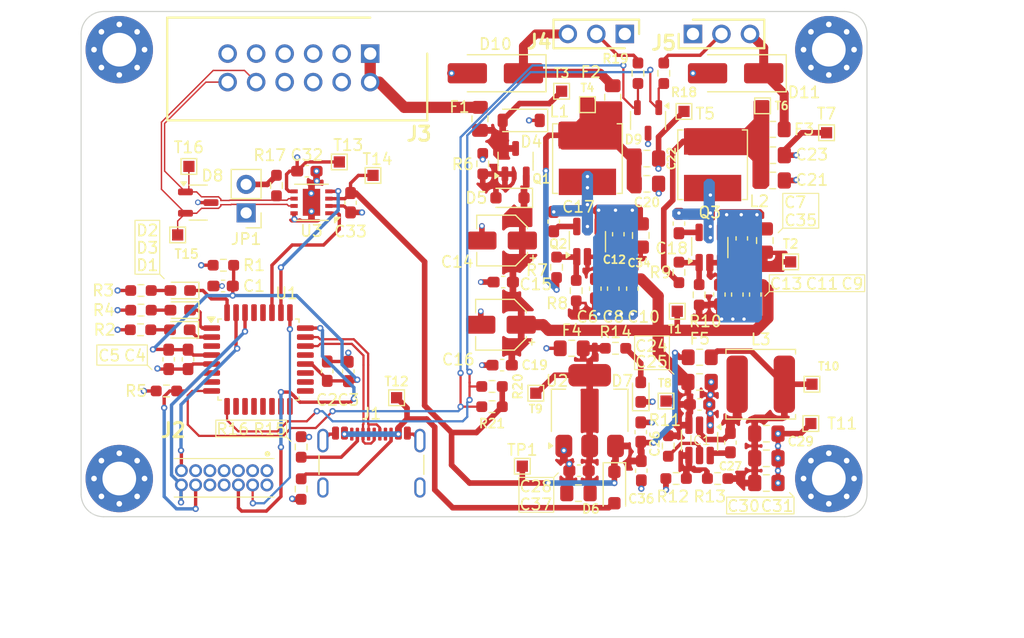
<source format=kicad_pcb>
(kicad_pcb (version 20241229) (generator "pcbnew") (generator_version "9.0")
  (title_block (rev "${REVISION}") (company "Author:") (comment 1 "Reviewer:"))
  (layers (0 "F.Cu" signal "SIG1") (4 "In1.Cu" power "GND1") (6 "In2.Cu" power "+3V3") (2 "B.Cu" signal "SIG2_VDD") (13 "F.Paste" user) (15 "B.Paste" user) (5 "F.SilkS" user "F.Silkscreen") (7 "B.SilkS" user "B.Silkscreen") (1 "F.Mask" user) (3 "B.Mask" user) (25 "Edge.Cuts" user))
  (property "REVISION" "1.0")
  (net 0 "")
  (net 1 "/Control/STM_VCC")
  (net 2 "GND")
  (net 3 "VCC")
  (net 4 "+3V3")
  (net 5 "+5V")
  (net 6 "/Power/SW_+5V")
  (net 7 "/Power/BOOT_+5V")
  (net 8 "/Power/VO_+3.3V")
  (net 9 "+6V6S1")
  (net 10 "/Power/CB_+6V6S1")
  (net 11 "/Power/SW_+6V6S1")
  (net 12 "/Power/CB_+6V6S2")
  (net 13 "/Power/SW_+6V6S2")
  (net 14 "+6V6S2")
  (net 15 "VBUS")
  (net 16 "/Power/FB_+5V")
  (net 17 "/Connectors/D+")
  (net 18 "/Connectors/D-")
  (net 19 "/Connectors/USB_CC1")
  (net 20 "/Connectors/USB_CC2")
  (net 21 "/Connectors/PWM1")
  (net 25 "/Connectors/RX")
  (net 26 "/Connectors/TX")
  (net 28 "/Connectors/CLK")
  (net 29 "/Connectors/DIO")
  (net 30 "/Control/NRST")
  (net 32 "/Connectors/PWM2")
  (net 33 "/Power/RPP_D")
  (net 36 "/CAN/JP1_to_R6")
  (net 37 "/Power/FB_+6V6S1")
  (net 38 "/Power/FB_+6V6S2")
  (net 41 "/CAN/TXD")
  (net 45 "/Control/LED_OK")
  (net 46 "/Control/LED_ERR")
  (net 51 "/CAN/RXD")
  (net 54 "/Control/LED_WRN")
  (net 56 "/Power/+6V6S1_OUT")
  (net 57 "/Power/+6V6S2_OUT")
  (net 58 "/Power/D3V3_to_R1k")
  (net 59 "/Control/DWRN_to_R1k")
  (net 60 "/Control/DOK_to_R1k")
  (net 61 "/Control/DERR_to_R1k")
  (net 62 "/Power/EN")
  (net 63 "/Power/+5V_OUT")
  (net 66 "/Power/RPP_G")
  (net 68 "/Power/VCC_IN")
  (net 72 "CAN_P")
  (net 73 "CAN_N")
  (net 77 "/Connectors/PWM1_OUT")
  (net 78 "/Connectors/PWM2_OUT")
  (footprint "Capacitor_SMD:C_0805_2012Metric_Pad1.18x1.45mm_HandSolder" (layer "F.Cu") (at 166.4 84.1 180)
    (property "Reference" "C22")
    (property "Value" "47u")
  )
  (footprint "Capacitor_SMD:CP_Elec_4x5.8" (layer "F.Cu") (at 153.5 91.4 180)
    (property "Reference" "C14")
    (property "Value" "22u")
  )
  (footprint "Resistor_SMD:R_0603_1608Metric_Pad0.98x0.95mm_HandSolder" (layer "F.Cu") (at 163.6 101)
    (property "Reference" "R14")
    (property "Value" "1k")
  )
  (footprint "Capacitor_SMD:C_0603_1608Metric_Pad1.08x0.95mm_HandSolder" (layer "F.Cu") (at 158.1 89.7125 90)
    (property "Reference" "C17")
    (property "Value" "100n")
  )
  (footprint "Diode_SMD:D_SOD-323_HandSoldering" (layer "F.Cu") (at 154.2 87.6 180)
    (property "Reference" "D5")
    (property "Value" "9V1")
  )
  (footprint "TestPoint:TestPoint_Pad_1.0x1.0mm" (layer "F.Cu") (at 181 107.7)
    (property "Reference" "T11")
    (property "Value" "TP_+5V")
  )
  (footprint "Capacitor_SMD:C_0603_1608Metric_Pad1.08x0.95mm_HandSolder" (layer "F.Cu") (at 172.85 96.2125 90)
    (property "Reference" "C13")
    (property "Value" "100n")
  )
  (footprint "Fuse:Fuse_0805_2012Metric_Pad1.15x1.40mm_HandSolder" (layer "F.Cu") (at 159.7 101)
    (property "Reference" "F4")
    (property "Value" "PICOSMDC050S-2")
  )
  (footprint "Capacitor_SMD:C_0603_1608Metric_Pad1.08x0.95mm_HandSolder" (layer "F.Cu") (at 123.8 101.9875 -90)
    (property "Reference" "C5")
    (property "Value" "4u7")
  )
  (footprint "TestPoint:TestPoint_Pad_1.0x1.0mm" (layer "F.Cu") (at 142 85.6)
    (property "Reference" "T14")
    (property "Value" "TP_+5V")
  )
  (footprint "TestPoint:TestPoint_Pad_1.0x1.0mm" (layer "F.Cu") (at 169.1 97.7)
    (property "Reference" "T1")
    (property "Value" "TP_VCC")
  )
  (footprint "Connector_PinHeader_2.54mm:PinHeader_1x02_P2.54mm_Vertical" (layer "F.Cu") (at 130.7 88.94 180)
    (property "Reference" "JP1")
    (property "Value" "Jumper_2_Bridged")
  )
  (footprint "Capacitor_SMD:C_0603_1608Metric_Pad1.08x0.95mm_HandSolder" (layer "F.Cu") (at 165.1 95.6875 -90)
    (property "Reference" "C10")
    (property "Value" "1u")
  )
  (footprint "Capacitor_SMD:C_0603_1608Metric_Pad1.08x0.95mm_HandSolder" (layer "F.Cu") (at 165.85 108.4625 90)
    (property "Reference" "C26")
    (property "Value" "100n")
  )
  (footprint "Capacitor_SMD:C_0603_1608Metric_Pad1.08x0.95mm_HandSolder" (layer "F.Cu") (at 173.8375 109.4 90)
    (property "Reference" "C27")
    (property "Value" "100n")
  )
  (footprint "Capacitor_SMD:C_0603_1608Metric_Pad1.08x0.95mm_HandSolder" (layer "F.Cu") (at 153.6 95.1 180)
    (property "Reference" "C15")
    (property "Value" "10u")
  )
  (footprint "MountingHole:MountingHole_3mm_Pad_Via" (layer "F.Cu") (at 119.4 74.4)
    (property "Reference" "REF**" (hide yes))
    (property "Value" "MountingHole_3mm_Pad_Via")
  )
  (footprint "Capacitor_SMD:C_0603_1608Metric_Pad1.08x0.95mm_HandSolder" (layer "F.Cu") (at 165.9 111.9 -90)
    (property "Reference" "C36")
    (property "Value" "10u")
  )
  (footprint "Capacitor_SMD:C_0805_2012Metric_Pad1.18x1.45mm_HandSolder" (layer "F.Cu") (at 177.0375 108.6)
    (property "Reference" "C29")
    (property "Value" "22u")
  )
  (footprint "Capacitor_SMD:C_0603_1608Metric_Pad1.08x0.95mm_HandSolder" (layer "F.Cu") (at 169.25 89.8875 90)
    (property "Reference" "C18")
    (property "Value" "100n")
  )
  (footprint "Capacitor_SMD:C_0603_1608Metric_Pad1.08x0.95mm_HandSolder" (layer "F.Cu") (at 153.5 102.5 180)
    (property "Reference" "C19")
    (property "Value" "10u")
  )
  (footprint "LED_SMD:LED_0603_1608Metric_Pad1.05x0.95mm_HandSolder" (layer "F.Cu") (at 124.831582 97.6 180)
    (property "Reference" "D3")
    (property "Value" "LED_ERR")
  )
  (footprint "TestPoint:TestPoint_Pad_1.0x1.0mm" (layer "F.Cu") (at 168.1 105.7)
    (property "Reference" "T8")
    (property "Value" "TP_VCC")
  )
  (footprint "Package_TO_SOT_SMD:SOT-23-6_Handsoldering" (layer "F.Cu") (at 172 92.025 90)
    (property "Reference" "Q3")
    (property "Value" "LMR51635XDDCR")
  )
  (footprint "SamacSys_Parts:HDRV3W64P0X254_1X3_762X254X864P" (layer "F.Cu") (at 170.5 73)
    (property "Reference" "J5")
    (property "Value" "PWM2" (hide yes))
  )
  (footprint "Capacitor_SMD:C_0805_2012Metric_Pad1.18x1.45mm_HandSolder" (layer "F.Cu") (at 177.6 83.8 180)
    (property "Reference" "C23")
    (property "Value" "47u")
  )
  (footprint "Capacitor_SMD:C_0805_2012Metric_Pad1.18x1.45mm_HandSolder" (layer "F.Cu") (at 166.4 86.35 180)
    (property "Reference" "C20")
    (property "Value" "47u")
  )
  (footprint "Diode_SMD:D_SOD-123" (layer "F.Cu") (at 155.2 80.7 180)
    (property "Reference" "D4")
    (property "Value" "200W/28V")
  )
  (footprint "Connector_USB:USB_C_Receptacle_GCT_USB4105-xx-A_16P_TopMnt_Horizontal" (layer "F.Cu") (at 141.85901 112.325)
    (property "Reference" "J1")
    (property "Value" "USB_C_Receptacle_USB2.0_16P")
  )
  (footprint "TestPoint:TestPoint_Pad_1.0x1.0mm" (layer "F.Cu") (at 158.8 78.1)
    (property "Reference" "T3")
    (property "Value" "TP_VCC")
  )
  (footprint "Resistor_SMD:R_0603_1608Metric_Pad0.98x0.95mm_HandSolder" (layer "F.Cu") (at 169.25 94.2375 -90)
    (property "Reference" "R9")
    (property "Value" "100k")
  )
  (footprint "Resistor_SMD:R_0603_1608Metric_Pad0.98x0.95mm_HandSolder" (layer "F.Cu") (at 172.7 112.6)
    (property "Reference" "R13")
    (property "Value" "100k")
  )
  (footprint "Fuse:Fuse_0805_2012Metric_Pad1.15x1.40mm_HandSolder" (layer "F.Cu") (at 151.525 80.5625 -90)
    (property "Reference" "F1")
    (property "Value" "MFU0805FF00500P500")
  )
  (footprint "Package_TO_SOT_SMD:SOT-23-3" (layer "F.Cu") (at 126.4325 88.02)
    (property "Reference" "D8")
    (property "Value" "PESD2CAN.215")
  )
  (footprint "Capacitor_SMD:C_0603_1608Metric_Pad1.08x0.95mm_HandSolder" (layer "F.Cu") (at 137.922041 103.0375 90)
    (property "Reference" "C2")
    (property "Value" "100n")
  )
  (footprint "MountingHole:MountingHole_3mm_Pad_Via" (layer "F.Cu") (at 182.6 74.4)
    (property "Reference" "REF**" (hide yes))
    (property "Value" "MountingHole_3mm_Pad_Via")
  )
  (footprint "Resistor_SMD:R_0603_1608Metric_Pad0.98x0.95mm_HandSolder" (layer "F.Cu") (at 123.6 104.8)
    (property "Reference" "R5")
    (property "Value" "100k")
  )
  (footprint "Resistor_SMD:R_0603_1608Metric_Pad0.98x0.95mm_HandSolder" (layer "F.Cu") (at 168.3 109.7 90)
    (property "Reference" "R11")
    (property "Value" "510k")
  )
  (footprint "Package_QFP:LQFP-32_7x7mm_P0.8mm" (layer "F.Cu") (at 131.8 102)
    (property "Reference" "U1")
    (property "Value" "STM32G0C1KCTxN")
  )
  (footprint "TestPoint:TestPoint_Pad_1.0x1.0mm" (layer "F.Cu") (at 125.6 84.8)
    (property "Reference" "T16")
    (property "Value" "TP_CAN_L")
  )
  (footprint "Capacitor_SMD:C_0603_1608Metric_Pad1.08x0.95mm_HandSolder" (layer "F.Cu") (at 139.8 103.0625 90)
    (property "Reference" "C3")
    (property "Value" "4u7")
  )
  (footprint "Capacitor_SMD:C_0603_1608Metric_Pad1.08x0.95mm_HandSolder" (layer "F.Cu") (at 136.1075 85.22)
    (property "Reference" "C32")
    (property "Value" "100n")
  )
  (footprint "TestPoint:TestPoint_Pad_1.0x1.0mm" (layer "F.Cu") (at 176.7 79.4)
    (property "Reference" "T6")
    (property "Value" "TP_+6V6S2")
  )
  (footprint "Resistor_SMD:R_0603_1608Metric_Pad0.98x0.95mm_HandSolder" (layer "F.Cu") (at 135.6 109.7875 90)
    (property "Reference" "R15")
    (property "Value" "5k1")
  )
  (footprint "Package_TO_SOT_SMD:SOT-23-6_Handsoldering" (layer "F.Cu") (at 171.0875 109.2 -90)
    (property "Reference" "IC1")
    (property "Value" "TPS54202HDDCR")
  )
  (footprint "TestPoint:TestPoint_Pad_1.0x1.0mm" (layer "F.Cu") (at 156.5 105)
    (property "Reference" "T9")
    (property "Value" "TP_+3V3")
  )
  (footprint "Inductor_SMD:L_Bourns_SRN6045TA" (layer "F.Cu") (at 172.25 84.65 90)
    (property "Reference" "L2")
    (property "Value" "12u/4A")
  )
  (footprint "SamacSys_Parts:SHDR12W64P254X254_2X6_2286X895X915P" (layer "F.Cu") (at 141.75 74.75 180)
    (property "Reference" "J3")
    (property "Value" "POWER & CAN" (hide yes))
  )
  (footprint "Inductor_SMD:L_TDK_VLS6045EX_VLS6045AF" (layer "F.Cu") (at 176.5375 104.2)
    (property "Reference" "L3")
    (property "Value" "68u/1A4")
  )
  (footprint "Resistor_SMD:R_0603_1608Metric_Pad0.98x0.95mm_HandSolder" (layer "F.Cu") (at 152.6 106.2 180)
    (property "Reference" "R21")
    (property "Value" "5k1")
  )
  (footprint "Capacitor_SMD:C_0603_1608Metric_Pad1.08x0.95mm_HandSolder" (layer "F.Cu") (at 140 88.0325 -90)
    (property "Reference" "C33")
    (property "Value" "100n")
  )
  (footprint "Resistor_SMD:R_0603_1608Metric_Pad0.98x0.95mm_HandSolder" (layer "F.Cu") (at 128.672041 93.6)
    (property "Reference" "R1")
    (property "Value" "0")
  )
  (footprint "Diode_SMD:D_SMA_Handsoldering" (layer "F.Cu") (at 152.9 76.5 180)
    (property "Reference" "D10")
    (property "Value" "SMAJ7.0CAH")
  )
  (footprint "TestPoint:TestPoint_Pad_1.0x1.0mm" (layer "F.Cu") (at 161.1 79.3)
    (property "Reference" "T4")
    (property "Value" "TP_+6V6S1")
  )
  (footprint "Capacitor_SMD:C_0603_1608Metric_Pad1.08x0.95mm_HandSolder" (layer "F.Cu") (at 174.85 91.2125 90)
    (property "Reference" "C7")
    (property "Value" "1u")
  )
  (footprint "Capacitor_SMD:C_0805_2012Metric_Pad1.18x1.45mm_HandSolder" (layer "F.Cu") (at 176.9 91.4 -90)
    (property "Reference" "C35")
    (property "Value" "22u")
  )
  (footprint "MountingHole:MountingHole_3mm_Pad_Via" (layer "F.Cu") (at 119.4 112.6)
    (property "Reference" "REF**" (hide yes))
    (property "Value" "MountingHole_3mm_Pad_Via")
  )
  (footprint "Capacitor_SMD:CP_Elec_4x5.8" (layer "F.Cu") (at 153.4 98.9 180)
    (property "Reference" "C16")
    (property "Value" "22u")
  )
  (footprint "TestPoint:TestPoint_Pad_1.0x1.0mm" (layer "F.Cu") (at 169.7 79.9 180)
    (property "Reference" "T5")
    (property "Value" "TP_+6V6S1")
  )
  (footprint "Capacitor_SMD:C_0805_2012Metric_Pad1.18x1.45mm_HandSolder" (layer "F.Cu") (at 177.0375 113)
    (property "Reference" "C31")
    (property "Value" "22u")
  )
  (footprint "SamacSys_Parts:HDRV3W64P0X254_1X3_762X254X864P" (layer "F.Cu") (at 164.43 73 180)
    (property "Reference" "J4")
    (property "Value" "PWM1" (hide yes))
  )
  (footprint "Capacitor_SMD:C_0805_2012Metric_Pad1.18x1.45mm_HandSolder" (layer "F.Cu") (at 177.6 86.05 180)
    (property "Reference" "C21")
    (property "Value" "47u")
  )
  (footprint "Package_TO_SOT_SMD:SOT-23-3" (layer "F.Cu") (at 166.5 80.7 -90)
    (property "Reference" "D9")
    (property "Value" "PESD5V0U2BT-QR")
  )
  (footprint "TestPoint:TestPoint_Pad_1.0x1.0mm" (layer "F.Cu") (at 181.1 104.2)
    (property "Reference" "T10")
    (property "Value" "TP_+5V")
  )
  (footprint "Capacitor_SMD:C_0603_1608Metric_Pad1.08x0.95mm_HandSolder" (layer "F.Cu") (at 163.4 95.6875 -90)
    (property "Reference" "C8")
    (property "Value" "1u")
  )
  (footprint "Fuse:Fuse_0805_2012Metric_Pad1.15x1.40mm_HandSolder" (layer "F.Cu") (at 171.1 101.8)
    (property "Reference" "F5")
    (property "Value" "PICOSMDC050S-2")
  )
  (footprint "Capacitor_SMD:C_0603_1608Metric_Pad1.08x0.95mm_HandSolder" (layer "F.Cu") (at 160.35 111.9 180)
    (property "Reference" "C28")
    (property "Value" "100n")
  )
  (footprint "Resistor_SMD:R_0603_1608Metric_Pad0.98x0.95mm_HandSolder" (layer "F.Cu") (at 171.05 96.2375 90)
    (property "Reference" "R10")
    (property "Value" "13k7")
  )
  (footprint "Resistor_SMD:R_0603_1608Metric_Pad0.98x0.95mm_HandSolder" (layer "F.Cu") (at 160.1 95.8625 90)
    (property "Reference" "R8")
    (property "Value" "13k7")
  )
  (footprint "Capacitor_SMD:C_0603_1608Metric_Pad1.08x0.95mm_HandSolder" (layer "F.Cu") (at 171.0875 106 180)
    (property "Reference" "C25")
    (property "Value" "100n")
  )
  (footprint "SamacSys_Parts:FTSH-107-XX-YYY-D-K" (layer "F.Cu") (at 132.55 111.9 180)
    (property "Reference" "J2")
    (property "Value" "FTSH-107-01-L-D-K" (hide yes))
  )
  (footprint "LED_SMD:LED_0603_1608Metric_Pad1.05x0.95mm_HandSolder" (layer "F.Cu") (at 165.85 104.9 90)
    (property "Reference" "D7")
    (property "Value" "+3V3")
  )
  (footprint "LED_SMD:LED_0603_1608Metric_Pad1.05x0.95mm_HandSolder" (layer "F.Cu") (at 124.831582 95.85 180)
    (property "Reference" "D2")
    (property "Value" "LED_OK")
  )
  (footprint "Diode_SMD:D_SOD-123F" (layer "F.Cu") (at 163.5 113.4 -90)
    (property "Reference" "D6")
    (property "Value" "SKL34")
  )
  (footprint "Package_DFN_QFN:DFN-8-1EP_3x3mm_P0.65mm_EP1.55x2.4mm" (layer "F.Cu") (at 136.52 87.995 180)
    (property "Reference" "U3")
    (property "Value" "MCP2542FDxMF")
  )
  (footprint "Capacitor_SMD:C_0805_2012Metric_Pad1.18x1.45mm_HandSolder" (layer "F.Cu") (at 165.85 90.95 -90)
    (property "Reference" "C34")
    (property "Value" "22u")
  )
  (footprint "Capacitor_SMD:C_0603_1608Metric_Pad1.08x0.95mm_HandSolder" (layer "F.Cu") (at 125.525 101.9875 -90)
    (property "Reference" "C4")
    (property "Value" "100n")
  )
  (footprint "TestPoint:TestPoint_Pad_1.0x1.0mm" (layer "F.Cu") (at 139 84.4)
    (property "Reference" "T13")
    (property "Value" "TP_+3V3")
  )
  (footprint "TestPoint:TestPoint_Pad_1.0x1.0mm" (layer "F.Cu") (at 182.4 81.8)
    (property "Reference" "T7")
    (property "Value" "TP_+6V6S2")
  )
  (footprint "LED_SMD:LED_0603_1608Metric_Pad1.05x0.95mm_HandSolder" (layer "F.Cu") (at 124.794082 99.35 180)
    (property "Reference" "D1")
    (property "Value" "LED_WRN")
  )
  (footprint "Resistor_SMD:R_0603_1608Metric_Pad0.98x0.95mm_HandSolder" (layer "F.Cu") (at 135.6 113.5375 90)
    (property "Reference" "R16")
    (property "Value" "5k1")
  )
  (footprint "Fuse:Fuse_0805_2012Metric_Pad1.15x1.40mm_HandSolder" (layer "F.Cu") (at 177.6 81.5 180)
    (property "Reference" "F3")
    (property "Value" "0805L400SLWR")
  )
  (footprint "Capacitor_SMD:C_0805_2012Metric_Pad1.18x1.45mm_HandSolder" (layer "F.Cu") (at 160.3 113.9 180)
    (property "Reference" "C37")
    (property "Value" "22u")
  )
  (footprint "Resistor_SMD:R_0603_1608Metric_Pad0.98x0.95mm_HandSolder" (layer "F.Cu") (at 152.6 104.4 180)
    (property "Reference" "R20")
    (property "Value" "5k1")
  )
  (footprint "TestPoint:TestPoint_Pad_1.0x1.0mm" (layer "F.Cu") (at 144.1 105.4)
    (property "Reference" "T12")
    (property "Value" "TP_VBUS")
  )
  (footprint "Capacitor_SMD:C_0805_2012Metric_Pad1.18x1.45mm_HandSolder" (layer "F.Cu") (at 171.0875 104)
    (property "Reference" "C24")
    (property "Value" "22u")
  )
  (footprint "TestPoint:TestPoint_Pad_1.0x1.0mm" (layer "F.Cu") (at 179.2 93.3)
    (property "Reference" "T2")
    (property "Value" "TP_VCC")
  )
  (footprint "Capacitor_SMD:C_0805_2012Metric_Pad1.18x1.45mm_HandSolder" (layer "F.Cu") (at 177.0375 110.8)
    (property "Reference" "C30")
    (property "Value" "22u")
  )
  (footprint "Resistor_SMD:R_0603_1608Metric_Pad0.98x0.95mm_HandSolder" (layer "F.Cu") (at 121.331582 97.6 180)
    (property "Reference" "R4")
    (property "Value" "1k")
  )
  (footprint "Capacitor_SMD:C_0603_1608Metric_Pad1.08x0.95mm_HandSolder" (layer "F.Cu") (at 163.85 90.8375 -90)
    (property "Reference" "C12")
    (property "Value" "100n")
  )
  (footprint "Capacitor_SMD:C_0603_1608Metric_Pad1.08x0.95mm_HandSolder" (layer "F.Cu") (at 161.8 95.6875 -90)
    (property "Reference" "C6")
    (property "Value" "1u")
  )
  (footprint "Capacitor_SMD:C_0603_1608Metric_Pad1.08x0.95mm_HandSolder" (layer "F.Cu") (at 174.45 96.2125 -90)
    (property "Reference" "C11")
    (property "Value" "1u")
  )
  (footprint "Resistor_SMD:R_0603_1608Metric_Pad0.98x0.95mm_HandSolder" (layer "F.Cu") (at 167.9 76.5 90)
    (property "Reference" "R18")
    (property "Value" "1k")
  )
  (footprint "TestPoint:TestPoint_Pad_1.0x1.0mm" (layer "F.Cu") (at 124.6 90.9)
    (property "Reference" "T15")
    (property "Value" "TP_CAN_H")
  )
  (footprint "Resistor_SMD:R_0603_1608Metric_Pad0.98x0.95mm_HandSolder" (layer "F.Cu") (at 121.294082 99.35)
    (property "Reference" "R2")
    (property "Value" "1k")
  )
  (footprint "Resistor_SMD:R_0603_1608Metric_Pad0.98x0.95mm_HandSolder" (layer "F.Cu") (at 165.6 76.5 90)
    (property "Reference" "R19")
    (property "Value" "1k")
  )
  (footprint "Resistor_SMD:R_0603_1608Metric_Pad0.98x0.95mm_HandSolder" (layer "F.Cu") (at 151.775 84.5625 90)
    (property "Reference" "R6")
    (property "Value" "100k")
  )
  (footprint "Capacitor_SMD:C_0603_1608Metric_Pad1.08x0.95mm_HandSolder" (layer "F.Cu") (at 128.647041 95.45 180)
    (property "Reference" "C1")
    (property "Value" "10u")
  )
  (footprint "Inductor_SMD:L_Bourns_SRN6045TA" (layer "F.Cu") (at 161.1 84.1 90)
    (property "Reference" "L1")
    (property "Value" "12u/4A")
  )
  (footprint "Package_TO_SOT_SMD:SOT-23-3" (layer "F.Cu") (at 154.7 84.3375 90)
    (property "Reference" "Q1")
    (property "Value" "SI2347DS-T1-GE3")
  )
  (footprint "Resistor_SMD:R_0603_1608Metric_Pad0.98x0.95mm_HandSolder" (layer "F.Cu") (at 121.331582 95.85)
    (property "Reference" "R3")
    (property "Value" "1k")
  )
  (footprint "Capacitor_SMD:C_0603_1608Metric_Pad1.08x0.95mm_HandSolder" (layer "F.Cu") (at 176.05 96.2125 -90)
    (property "Reference" "C9")
    (property "Value" "1u")
  )
  (footprint "MountingHole:MountingHole_3mm_Pad_Via" (layer "F.Cu") (at 182.6 112.6)
    (property "Reference" "REF**" (hide yes))
    (property "Value" "MountingHole_3mm_Pad_Via")
  )
  (footprint "TestPoint:TestPoint_Pad_1.0x1.0mm" (layer "F.Cu") (at 155.3 111.5)
    (property "Reference" "TP1")
    (property "Value" "TP_+5V")
  )
  (footprint "Resistor_SMD:R_0603_1608Metric_Pad0.98x0.95mm_HandSolder" (layer "F.Cu") (at 169 112.6)
    (property "Reference" "R12")
    (property "Value" "13k3")
  )
  (footprint "Resistor_SMD:R_0603_1608Metric_Pad0.98x0.95mm_HandSolder" (layer "F.Cu") (at 133.4 86.5 -90)
    (property "Reference" "R17")
    (property "Value" "120R")
  )
  (footprint "Resistor_SMD:R_0603_1608Metric_Pad0.98x0.95mm_HandSolder" (layer "F.Cu") (at 158.35 93.7875 -90)
    (property "Reference" "R7")
    (property "Value" "100k")
  )
  (footprint "Diode_SMD:D_SMA_Handsoldering" (layer "F.Cu") (at 174.3 76.5 180)
    (property "Reference" "D11")
    (property "Value" "SMAJ7.0CAH")
  )
  (footprint "Package_TO_SOT_SMD:SOT-23-6_Handsoldering" (layer "F.Cu") (at 161.1 91.5 90)
    (property "Reference" "Q2")
    (property "Value" "LMR51635XDDCR")
  )
  (footprint "Fuse:Fuse_0805_2012Metric_Pad1.15x1.40mm_HandSolder" (layer "F.Cu") (at 163.35 78.6375 90)
    (property "Reference" "F2")
    (property "Value" "0805L400SLWR")
  )
  (footprint "Package_TO_SOT_SMD:SOT-223-3_TabPin2" (layer "F.Cu") (at 161.3 106.55 90)
    (property "Reference" "U2")
    (property "Value" "LM1117-3.3")
  )
  (gr_line (start 134.7 109.3) (end 134.3 108.9) (stroke (width 0.1)) (layer "F.SilkS"))
  (gr_rect (start 178.5 87.2) (end 181.7 90.3) (stroke (width 0.1)) (fill no) (layer "F.SilkS"))
  (gr_rect (start 120.8 89.6) (end 123 94.4) (stroke (width 0.1)) (fill no) (layer "F.SilkS"))
  (gr_rect (start 155 112.5) (end 158.1 115.6) (stroke (width 0.1)) (fill no) (layer "F.SilkS"))
  (gr_rect (start 128 107.4) (end 134.3 108.9) (stroke (width 0.1)) (fill no) (layer "F.SilkS"))
  (gr_rect (start 165.3 99.9) (end 168.4 102.9) (stroke (width 0.1)) (fill no) (layer "F.SilkS"))
  (gr_line (start 168.8 103.3) (end 168.4 102.9) (stroke (width 0.1)) (layer "F.SilkS"))
  (gr_rect (start 173.5 114.25) (end 179.5 115.75) (stroke (width 0.1)) (fill no) (layer "F.SilkS"))
  (gr_rect (start 177.3 94.45) (end 185.8 95.95) (stroke (width 0.1)) (fill no) (layer "F.SilkS"))
  (gr_line (start 122.3 102.9) (end 121.9 102.5) (stroke (width 0.1)) (layer "F.SilkS"))
  (gr_rect (start 117.4 100.7) (end 121.9 102.5) (stroke (width 0.1)) (fill no) (layer "F.SilkS"))
  (gr_line (start 178.1 90.7) (end 178.5 90.3) (stroke (width 0.1)) (layer "F.SilkS"))
  (gr_line (start 123 94.4) (end 123.4 94.8) (stroke (width 0.1)) (layer "F.SilkS"))
  (gr_line (start 177.3 95.95) (end 176.9 96.35) (stroke (width 0.1)) (layer "F.SilkS"))
  (gr_line (start 179.5 114.25) (end 179.1 113.85) (stroke (width 0.1)) (layer "F.SilkS"))
  (gr_line (start 158.1 112.5) (end 158.5 112.1) (stroke (width 0.1)) (layer "F.SilkS"))
  (gr_line (start 118 116) (end 184 116) (stroke (width 0.1)) (layer "Edge.Cuts"))
  (gr_line (start 186 114) (end 186 73) (stroke (width 0.1)) (layer "Edge.Cuts"))
  (gr_arc (start 184 71) (mid 185.414214 71.585786) (end 186 73) (stroke (width 0.1)) (layer "Edge.Cuts"))
  (gr_arc (start 116 73) (mid 116.585786 71.585786) (end 118 71) (stroke (width 0.1)) (layer "Edge.Cuts"))
  (gr_arc (start 186 114) (mid 185.414214 115.414214) (end 184 116) (stroke (width 0.1)) (layer "Edge.Cuts"))
  (gr_line (start 116 114) (end 116 73) (stroke (width 0.1)) (layer "Edge.Cuts"))
  (gr_arc (start 118 116) (mid 116.585786 115.414214) (end 116 114) (stroke (width 0.1)) (layer "Edge.Cuts"))
  (gr_line (start 118 71) (end 184 71) (stroke (width 0.1)) (layer "Edge.Cuts"))
  (segment (start 136.530918 102.4) (end 137.922041 103.791123) (width 0.3) (layer "F.Cu") (net 1))
  (segment (start 129.584541 95.375) (end 129.509541 95.45) (width 0.3) (layer "F.Cu") (net 1))
  (segment (start 129.584541 93.6) (end 129.584541 95.375) (width 0.3) (layer "F.Cu") (net 1))
  (segment (start 135.975 102.4) (end 136.530918 102.4) (width 0.3) (layer "F.Cu") (net 1))
  (segment (start 139.775 103.9) (end 139.8 103.925) (width 0.3) (layer "F.Cu") (net 1))
  (segment (start 139.8 103.925) (end 140.475 103.925) (width 0.3) (layer "F.Cu") (net 1))
  (segment (start 137.922041 103.9) (end 139.775 103.9) (width 0.3) (layer "F.Cu") (net 1))
  (segment (start 126 101.6) (end 125.525 101.125) (width 0.3) (layer "F.Cu") (net 1))
  (segment (start 125.525 101.125) (end 123.8 101.125) (width 0.3) (layer "F.Cu") (net 1))
  (segment (start 140.475 103.925) (end 140.6 103.8) (width 0.3) (layer "F.Cu") (net 1))
  (segment (start 137.922041 103.791123) (end 137.922041 103.9) (width 0.3) (layer "F.Cu") (net 1))
  (segment (start 129.509541 95.45) (end 129.509541 96.290459) (width 0.3) (layer "F.Cu") (net 1))
  (segment (start 127.625 101.6) (end 126 101.6) (width 0.3) (layer "F.Cu") (net 1))
  (segment (start 122.4 101.1) (end 123.775 101.1) (width 0.3) (layer "F.Cu") (net 1))
  (segment (start 129.509541 96.290459) (end 129.5 96.3) (width 0.3) (layer "F.Cu") (net 1))
  (segment (start 123.775 101.1) (end 123.8 101.125) (width 0.3) (layer "F.Cu") (net 1))
  (via (at 140.6 103.8) (size 0.56) (drill 0.3) (layers "F.Cu" "B.Cu") (net 1))
  (via (at 129.5 96.3) (size 0.56) (drill 0.3) (layers "F.Cu" "B.Cu") (net 1))
  (via (at 122.4 101.1) (size 0.56) (drill 0.3) (layers "F.Cu" "B.Cu") (net 1))
  (segment (start 127.2 96.3) (end 122.4 101.1) (width 0.3) (layer "B.Cu") (net 1))
  (segment (start 139.245 100.360111) (end 135.184889 96.3) (width 0.3) (layer "B.Cu") (net 1))
  (segment (start 129.5 96.3) (end 127.2 96.3) (width 0.3) (layer "B.Cu") (net 1))
  (segment (start 135.184889 96.3) (end 129.5 96.3) (width 0.3) (layer "B.Cu") (net 1))
  (segment (start 140.6 103.8) (end 139.245 102.445) (width 0.3) (layer "B.Cu") (net 1))
  (segment (start 139.245 102.445) (end 139.245 100.360111) (width 0.3) (layer "B.Cu") (net 1))
  (segment (start 168.0875 113.1875) (end 168.1 113.2) (width 0.5) (layer "F.Cu") (net 2))
  (segment (start 138.65901 108.645) (end 138.11401 108.645) (width 0.3) (layer "F.Cu") (net 2))
  (segment (start 178.6375 86.05) (end 179.65 86.05) (width 0.5) (layer "F.Cu") (net 2))
  (segment (start 140 88.895) (end 141.01276 88.895) (width 0.5) (layer "F.Cu") (net 2))
  (segment (start 165.85 107.6) (end 166.85 107.6) (width 0.5) (layer "F.Cu") (net 2))
  (segment (start 138.07 88.32) (end 139.425 88.32) (width 0.3) (layer "F.Cu") (net 2))
  (segment (start 152.6375 102.5) (end 151.7 102.5) (width 0.5) (layer "F.Cu") (net 2))
  (segment (start 178.6375 83.3625) (end 180.2 81.8) (width 0.5) (layer "F.Cu") (net 2))
  (segment (start 171.8 76.5) (end 170.5 76.5) (width 0.8) (layer "F.Cu") (net 2))
  (segment (start 167.4375 84.1) (end 167.4375 84.9875) (width 0.5) (layer "F.Cu") (net 2))
  (segment (start 145.05901 108.645) (end 145.60401 108.645) (width 0.3) (layer "F.Cu") (net 2))
  (segment (start 122.85 102.85) (end 122.8 102.8) (width 0.3) (layer "F.Cu") (net 2))
  (segment (start 141.01276 88.895) (end 141.01776 88.9) (width 0.5) (layer "F.Cu") (net 2))
  (segment (start 127.57 88.02) (end 126.42 88.02) (width 0.3) (layer "F.Cu") (net 2))
  (segment (start 166.5 81.8375) (end 166.5 82.8) (width 0.3) (layer "F.Cu") (net 2))
  (segment (start 138.11401 108.645) (end 137.53901 109.22) (width 0.3) (layer "F.Cu") (net 2))
  (segment (start 179.65 86.05) (end 179.7 86) (width 0.5) (layer "F.Cu") (net 2))
  (segment (start 151.6 98.9) (end 151.6 97.7) (width 0.5) (layer "F.Cu") (net 2))
  (segment (start 123.8 102.85) (end 122.85 102.85) (width 0.3) (layer "F.Cu") (net 2))
  (segment (start 134.85 114.45) (end 135.6 114.45) (width 0.5) (layer "F.Cu") (net 2))
  (segment (start 139.425 88.32) (end 140 88.895) (width 0.3) (layer "F.Cu") (net 2))
  (segment (start 145.60401 108.645) (end 146.17901 109.22) (width 0.3) (layer "F.Cu") (net 2))
  (segment (start 125.975 102.4) (end 125.525 102.85) (width 0.3) (layer "F.Cu") (net 2))
  (segment (start 139.8 102.2) (end 139.8 101.4) (width 0.3) (layer "F.Cu") (net 2))
  (segment (start 167.4375 86.35) (end 167.4375 87.1875) (width 0.5) (layer "F.Cu") (net 2))
  (segment (start 126.42 88.02) (end 126.4 88) (width 0.3) (layer "F.Cu") (net 2))
  (segment (start 178.6375 83.8) (end 179.7 83.8) (width 0.5) (layer "F.Cu") (net 2))
  (segment (start 127.625 102.4) (end 125.975 102.4) (width 0.3) (layer "F.Cu") (net 2))
  (segment (start 152.7375 95.1) (end 151.6 95.1) (width 0.5) (layer "F.Cu") (net 2))
  (segment (start 178.075 108.6) (end 180.1 108.6) (width 0.5) (layer "F.Cu") (net 2))
  (segment (start 180.1 108.6) (end 181 107.7) (width 0.5) (layer "F.Cu") (net 2))
  (segment (start 151.775 83.65) (end 151.775 84.175) (width 0.5) (layer "F.Cu") (net 2))
  (segment (start 136.275 108.875) (end 136.3 108.9) (width 0.3) (layer "F.Cu") (net 2))
  (segment (start 165.9 112.7625) (end 165.9 113.5) (width 0.3) (layer "F.Cu") (net 2))
  (segment (start 125.525 102.85) (end 123.8 102.85) (width 0.3) (layer "F.Cu") (net 2))
  (segment (start 178.6375 83.8) (end 178.6375 83.3625) (width 0.5) (layer "F.Cu") (net 2))
  (segment (start 151.7 91.4) (end 151.7 90.1) (width 0.5) (layer "F.Cu") (net 2))
  (segment (start 167.4375 82.1625) (end 169.7 79.9) (width 0.5) (layer "F.Cu") (net 2))
  (segment (start 180.2 81.8) (end 182.4 81.8) (width 0.5) (layer "F.Cu") (net 2))
  (segment (start 150.4 76.5) (end 149 76.5) (width 0.8) (layer "F.Cu") (net 2))
  (segment (start 168.0875 112.6) (end 168.0875 113.5875) (width 0.5) (layer "F.Cu") (net 2))
  (segment (start 156.85 80.7) (end 155.9 80.7) (width 0.3) (layer "F.Cu") (net 2))
  (segment (start 137.922041 102.175) (end 139.775 102.175) (width 0.3) (layer "F.Cu") (net 2))
  (segment (start 128.55 95.45) (end 127.784541 95.45) (width 0.3) (layer "F.Cu") (net 2))
  (segment (start 167.4375 87.1875) (end 167.45 87.2) (width 0.5) (layer "F.Cu") (net 2))
  (segment (start 167.4375 84.1) (end 167.4375 82.1625) (width 0.5) (layer "F.Cu") (net 2))
  (segment (start 167.4375 84.9875) (end 167.425 85) (width 0.5) (layer "F.Cu") (net 2))
  (segment (start 165.85 105.775) (end 166.875 105.775) (width 0.5) (layer "F.Cu") (net 2))
  (segment (start 166.875 105.775) (end 166.9 105.75) (width 0.5) (layer "F.Cu") (net 2))
  (segment (start 134.8 114.4) (end 134.85 114.45) (width 0.5) (layer "F.Cu") (net 2))
  (segment (start 135.6 108.875) (end 136.275 108.875) (width 0.3) (layer "F.Cu") (net 2))
  (segment (start 139.775 102.175) (end 139.8 102.2) (width 0.3) (layer "F.Cu") (net 2))
  (via (at 151.6 97.7) (size 0.5) (drill 0.3) (layers "F.Cu" "B.Cu") (net 2))
  (via (at 171.95 106) (size 0.56) (drill 0.3) (layers "F.Cu" "B.Cu") (net 2))
  (via (at 136.3 108.9) (size 0.56) (drill 0.3) (layers "F.Cu" "B.Cu") (net 2))
  (via (at 134.8 114.4) (size 0.56) (drill 0.3) (layers "F.Cu" "B.Cu") (net 2))
  (via (at 155.9 80.7) (size 0.56) (drill 0.3) (layers "F.Cu" "B.Cu") (net 2))
  (via (at 179.7 83.8) (size 0.56) (drill 0.3) (layers "F.Cu" "B.Cu") (net 2))
  (via (at 165.1 97.95) (size 0.5) (drill 0.3) (layers "F.Cu" "B.Cu") (net 2))
  (via (at 162.1 97.95) (size 0.5) (drill 0.3) (layers "F.Cu" "B.Cu") (net 2))
  (via (at 172.0375 107.85) (size 0.56) (drill 0.3) (layers "F.Cu" "B.Cu") (net 2))
  (via (at 139.8 101.4) (size 0.56) (drill 0.3) (layers "F.Cu" "B.Cu") (net 2))
  (via (at 175.05 98.4) (size 0.5) (drill 0.3) (layers "F.Cu" "B.Cu") (net 2))
  (via (at 136.5 87.2) (size 0.56) (drill 0.3) (layers "F.Cu" "B.Cu") (net 2))
  (via (at 149 76.5) (size 0.56) (drill 0.3) (layers "F.Cu" "B.Cu") (net 2))
  (via (at 173.5 89.1) (size 0.5) (drill 0.3) (layers "F.Cu" "B.Cu") (net 2))
  (via (at 166.9 105.75) (size 0.56) (drill 0.3) (layers "F.Cu" "B.Cu") (net 2))
  (via (at 176.2 89.1) (size 0.5) (drill 0.3) (layers "F.Cu" "B.Cu") (net 2))
  (via (at 136.52 88.8) (size 0.56) (drill 0.3) (layers "F.Cu" "B.Cu") (net 2))
  (via (at 174.8 89.1) (size 0.5) (drill 0.3) (layers "F.Cu" "B.Cu") (net 2))
  (via (at 163.6 88.7) (size 0.5) (drill 0.3) (layers "F.Cu" "B.Cu") (net 2))
  (via (at 167.425 85) (size 0.56) (drill 0.3) (layers "F.Cu" "B.Cu") (net 2))
  (via (at 166.5 82.8) (size 0.56) (drill 0.3) (layers "F.Cu" "B.Cu") (net 2))
  (via (at 178.075 113) (size 0.56) (drill 0.3) (layers "F.Cu" "B.Cu") (net 2))
  (via (at 173.05 98.4) (size 0.5) (drill 0.3) (layers "F.Cu" "B.Cu") (net 2))
  (via (at 178.075 108.6) (size 0.56) (drill 0.3) (layers "F.Cu" "B.Cu") (net 2))
  (via (at 162.1 88.7) (size 0.5) (drill 0.3) (layers "F.Cu" "B.Cu") (net 2))
  (via (at 122.8 102.8) (size 0.56) (drill 0.3) (layers "F.Cu" "B.Cu") (net 2))
  (via (at 170.5 76.5) (size 0.56) (drill 0.3) (layers "F.Cu" "B.Cu") (net 2))
  (via (at 159 110.1) (size 0.56) (drill 0.3) (layers "F.Cu" "B.Cu") (net 2))
  (via (at 179.7 86) (size 0.56) (drill 0.3) (layers "F.Cu" "B.Cu") (net 2))
  (via (at 128.55 95.45) (size 0.5) (drill 0.3) (layers "F.Cu" "B.Cu") (net 2))
  (via (at 174.05 98.4) (size 0.5) (drill 0.3) (layers "F.Cu" "B.Cu") (net 2))
  (via (at 168.1 113.6) (size 0.56) (drill 0.3) (layers "F.Cu" "B.Cu") (net 2))
  (via (at 136.97 85.22) (size 0.56) (drill 0.3) (layers "F.Cu" "B.Cu") (net 2))
  (via (at 151.7 90.1) (size 0.5) (drill 0.3) (layers "F.Cu" "B.Cu") (net 2))
  (via (at 165.1 88.7) (size 0.5) (drill 0.3) (layers "F.Cu" "B.Cu") (net 2))
  (via (at 178.075 111.9) (size 0.56) (drill 0.3) (layers "F.Cu" "B.Cu") (net 2))
  (via (at 135 89.5) (size 0.56) (drill 0.3) (layers "F.Cu" "B.Cu") (net 2))
  (via (at 151.7 102.5) (size 0.5) (drill 0.3) (layers "F.Cu" "B.Cu") (net 2))
  (via (at 151.6 95.1) (size 0.5) (drill 0.3) (layers "F.Cu" "B.Cu") (net 2))
  (via (at 172.125 104) (size 0.56) (drill 0.3) (layers "F.Cu" "B.Cu") (net 2))
  (via (at 126.4 88) (size 0.5) (drill 0.3) (layers "F.Cu" "B.Cu") (net 2))
  (via (at 166.85 107.6) (size 0.56) (drill 0.3) (layers "F.Cu" "B.Cu") (net 2))
  (via (at 172.05 105.15) (size 0.56) (drill 0.3) (layers "F.Cu" "B.Cu") (net 2))
  (via (at 172.04 106.81) (size 0.56) (drill 0.3) (layers "F.Cu" "B.Cu") (net 2))
  (via (at 165.9 113.5) (size 0.56) (drill 0.3) (layers "F.Cu" "B.Cu") (net 2))
  (via (at 159.4875 111.3) (size 0.56) (drill 0.3) (layers "F.Cu" "B.Cu") (net 2))
  (via (at 141.01776 88.9) (size 0.56) (drill 0.3) (layers "F.Cu" "B.Cu") (net 2))
  (via (at 178.075 110.8) (size 0.56) (drill 0.3) (layers "F.Cu" "B.Cu") (net 2))
  (via (at 163.1 97.95) (size 0.5) (drill 0.3) (layers "F.Cu" "B.Cu") (net 2))
  (via (at 151.775 84.175) (size 0.56) (drill 0.3) (layers "F.Cu" "B.Cu") (net 2))
  (via (at 137 86.1) (size 0.56) (drill 0.3) (layers "F.Cu" "B.Cu") (net 2))
  (via (at 167.45 87.2) (size 0.56) (drill 0.3) (layers "F.Cu" "B.Cu") (net 2))
  (via (at 178.075 109.7) (size 0.56) (drill 0.3) (layers "F.Cu" "B.Cu") (net 2))
  (via (at 164.1 97.95) (size 0.5) (drill 0.3) (layers "F.Cu" "B.Cu") (net 2))
  (segment (start 144.7875 79.5375) (end 151.525 79.5375) (width 1) (layer "F.Cu") (net 3))
  (segment (start 141.75 77.29) (end 142.54 77.29) (width 1) (layer "F.Cu") (net 3))
  (segment (start 142.54 77.29) (end 144.7875 79.5375) (width 1) (layer "F.Cu") (net 3))
  (segment (start 141.75 74.75) (end 141.75 77.29) (width 1) (layer "F.Cu") (net 3))
  (segment (start 134.52 87.02) (end 134.3 86.8) (width 0.3) (layer "F.Cu") (net 4))
  (segment (start 134.58 85.22) (end 135.245 85.22) (width 0.3) (layer "F.Cu") (net 4))
  (segment (start 135.245 85.22) (end 136.065 84.4) (width 0.3) (layer "F.Cu") (net 4))
  (segment (start 120.419082 95.85) (end 119.25 95.85) (width 0.3) (layer "F.Cu") (net 4))
  (segment (start 122.6875 104.8) (end 121.5875 104.8) (width 0.3) (layer "F.Cu") (net 4))
  (segment (start 120.419082 97.6) (end 119.25 97.6) (width 0.3) (layer "F.Cu") (net 4))
  (segment (start 134.3 86.8) (end 134.3 85.5) (width 0.3) (layer "F.Cu") (net 4))
  (segment (start 158.675 101) (end 157.45 101) (width 0.3) (layer "F.Cu") (net 4))
  (segment (start 134.3 85.5) (end 134.58 85.22) (width 0.3) (layer "F.Cu") (net 4))
  (segment (start 135.245 85.22) (end 135.245 84.005) (width 0.3) (layer "F.Cu") (net 4))
  (segment (start 127.759541 93.6) (end 126.7 93.6) (width 0.3) (layer "F.Cu") (net 4))
  (segment (start 135.245 84.005) (end 135.25 84) (width 0.3) (layer "F.Cu") (net 4))
  (segment (start 134.97 87.02) (end 134.52 87.02) (width 0.3) (layer "F.Cu") (net 4))
  (segment (start 120.381582 99.35) (end 119.25 99.35) (width 0.3) (layer "F.Cu") (net 4))
  (segment (start 136.065 84.4) (end 139 84.4) (width 0.3) (layer "F.Cu") (net 4))
  (via (at 121.5875 104.8) (size 0.56) (drill 0.3) (layers "F.Cu" "B.Cu") (net 4))
  (via (at 119.25 95.85) (size 0.56) (drill 0.3) (layers "F.Cu" "B.Cu") (net 4))
  (via (at 126.7 93.6) (size 0.56) (drill 0.3) (layers "F.Cu" "B.Cu") (net 4))
  (via (at 157.45 101) (size 0.56) (drill 0.3) (layers "F.Cu" "B.Cu") (net 4))
  (via (at 135.25 84) (size 0.56) (drill 0.3) (layers "F.Cu" "B.Cu") (net 4))
  (via (at 119.25 99.35) (size 0.56) (drill 0.3) (layers "F.Cu" "B.Cu") (net 4))
  (via (at 119.25 97.6) (size 0.56) (drill 0.3) (layers "F.Cu" "B.Cu") (net 4))
  (segment (start 155.3 112.9) (end 155.3 111.5) (width 0.5) (layer "F.Cu") (net 5))
  (segment (start 167 109.4) (end 165.925 109.4) (width 0.5) (layer "F.Cu") (net 5))
  (segment (start 169.3 101.8) (end 168.9 101.4) (width 0.5) (layer "F.Cu") (net 5))
  (segment (start 155.2 113) (end 155.3 112.9) (width 0.5) (layer "F.Cu") (net 5))
  (segment (start 149 111.4) (end 149 108.5) (width 0.5) (layer "F.Cu") (net 5))
  (segment (start 139.5 87.67) (end 140 87.17) (width 0.3) (layer "F.Cu") (net 5))
  (segment (start 157.6 113) (end 155.2 113) (width 0.5) (layer "F.Cu") (net 5))
  (segment (start 170.075 101.8) (end 169.3 101.8) (width 0.5) (layer "F.Cu") (net 5))
  (segment (start 150.6 113) (end 149 111.4) (width 0.5) (layer "F.Cu") (net 5))
  (segment (start 149 108.5) (end 151.2125 108.5) (width 0.5) (layer "F.Cu") (net 5))
  (segment (start 165.925 109.4) (end 165.85 109.325) (width 0.5) (layer "F.Cu") (net 5))
  (segment (start 155.2 113) (end 150.6 113) (width 0.5) (layer "F.Cu") (net 5))
  (segment (start 146.6 106.1) (end 146.6 93.295) (width 0.5) (layer "F.Cu") (net 5))
  (segment (start 140.7 85.6) (end 142 85.6) (width 0.3) (layer "F.Cu") (net 5))
  (segment (start 151.2125 108.5) (end 153.5125 106.2) (width 0.5) (layer "F.Cu") (net 5))
  (segment (start 149 108.5) (end 146.6 106.1) (width 0.5) (layer "F.Cu") (net 5))
  (segment (start 146.6 93.295) (end 140.475 87.17) (width 0.5) (layer "F.Cu") (net 5))
  (segment (start 153.5125 106.2) (end 153.5125 104.4) (width 0.5) (layer "F.Cu") (net 5))
  (segment (start 140 86.3) (end 140.7 85.6) (width 0.3) (layer "F.Cu") (net 5))
  (segment (start 138.07 87.67) (end 139.5 87.67) (width 0.3) (layer "F.Cu") (net 5))
  (segment (start 140.475 87.17) (end 140 87.17) (width 0.5) (layer "F.Cu") (net 5))
  (segment (start 163.5 112) (end 163.5 113) (width 0.5) (layer "F.Cu") (net 5))
  (segment (start 140 87.17) (end 140 86.3) (width 0.3) (layer "F.Cu") (net 5))
  (via (at 157.6 113) (size 0.56) (drill 0.3) (layers "F.Cu" "B.Cu") (net 5))
  (via (at 167 109.4) (size 0.56) (drill 0.3) (layers "F.Cu" "B.Cu") (net 5))
  (via (at 163.5 113) (size 0.56) (drill 0.3) (layers "F.Cu" "B.Cu") (net 5))
  (via (at 168.9 101.4) (size 0.56) (drill 0.3) (layers "F.Cu" "B.Cu") (net 5))
  (segment (start 168.9 107.5) (end 167 109.4) (width 0.5) (layer "B.Cu") (net 5))
  (segment (start 168.9 101.4) (end 168.9 107.5) (width 0.5) (layer "B.Cu") (net 5))
  (segment (start 163.5 113) (end 157.6 113) (width 0.5) (layer "B.Cu") (net 5))
  (segment (start 171.0875 108.558388) (end 171.655112 109.126) (width 0.5) (layer "F.Cu") (net 6))
  (segment (start 171.0875 108.0625) (end 171.0875 108.558388) (width 0.5) (layer "F.Cu") (net 6))
  (segment (start 173.249 109.126) (end 173.8375 108.5375) (width 0.5) (layer "F.Cu") (net 6))
  (segment (start 171.655112 109.126) (end 173.249 109.126) (width 0.5) (layer "F.Cu") (net 6))
  (segment (start 172.0375 110.3375) (end 173.7625 110.3375) (width 0.5) (layer "F.Cu") (net 7))
  (segment (start 173.7625 110.3375) (end 173.8375 110.2625) (width 0.5) (layer "F.Cu") (net 7))
  (segment (start 156.6 105) (end 158.2 103.4) (width 0.5) (layer "F.Cu") (net 8))
  (segment (start 158.2 103.4) (end 161.3 103.4) (width 0.5) (layer "F.Cu") (net 8))
  (segment (start 156.5 105) (end 156.6 105) (width 0.5) (layer "F.Cu") (net 8))
  (segment (start 155.4 74.1) (end 156.5 73) (width 0.8) (layer "F.Cu") (net 9))
  (segment (start 156.5 73) (end 159.35 73) (width 0.8) (layer "F.Cu") (net 9))
  (segment (start 155.4 76.5) (end 162.2375 76.5) (width 0.8) (layer "F.Cu") (net 9))
  (segment (start 155.4 76.5) (end 155.4 74.1) (width 0.8) (layer "F.Cu") (net 9))
  (segment (start 159.15 73.2) (end 159.35 73) (width 0.8) (layer "F.Cu") (net 9))
  (segment (start 162.2375 76.5) (end 163.35 77.6125) (width 0.8) (layer "F.Cu") (net 9))
  (segment (start 160.15 90.15) (end 158.525 90.15) (width 0.5) (layer "F.Cu") (net 10))
  (segment (start 158.525 90.15) (end 158.1 90.575) (width 0.5) (layer "F.Cu") (net 10))
  (via (at 161.1 90.15) (size 0.5) (drill 0.3) (layers "F.Cu" "B.Cu") (net 11))
  (via (at 158.1 88.85) (size 0.5) (drill 0.3) (layers "F.Cu" "B.Cu") (net 11))
  (via (at 161.1 85.7) (size 0.5) (drill 0.3) (layers "F.Cu" "B.Cu") (net 11))
  (via (at 161.1 86.7) (size 0.5) (drill 0.3) (layers "F.Cu" "B.Cu") (net 11))
  (via (at 161.1 88.2) (size 0.5) (drill 0.3) (layers "F.Cu" "B.Cu") (net 11))
  (segment (start 169.325 90.675) (end 169.25 90.75) (width 0.5) (layer "F.Cu") (net 12))
  (segment (start 171.05 90.675) (end 169.325 90.675) (width 0.5) (layer "F.Cu") (net 12))
  (via (at 169.25 88.95) (size 0.5) (drill 0.3) (layers "F.Cu" "B.Cu") (net 13))
  (via (at 172.05 90.15) (size 0.5) (drill 0.3) (layers "F.Cu" "B.Cu") (net 13))
  (via (at 172.05 91.15) (size 0.5) (drill 0.3) (layers "F.Cu" "B.Cu") (net 13))
  (via (at 172.05 87.35) (size 0.5) (drill 0.3) (layers "F.Cu" "B.Cu") (net 13))
  (via (at 172.05 88.95) (size 0.5) (drill 0.3) (layers "F.Cu" "B.Cu") (net 13))
  (segment (start 176.8 74.22) (end 175.58 73) (width 0.8) (layer "F.Cu") (net 14))
  (segment (start 178.625 78.325) (end 176.8 76.5) (width 0.8) (layer "F.Cu") (net 14))
  (segment (start 178.625 81.4) (end 178.625 78.325) (width 0.8) (layer "F.Cu") (net 14))
  (segment (start 176.8 76.5) (end 176.8 74.22) (width 0.8) (layer "F.Cu") (net 14))
  (segment (start 146.779346 107.3) (end 145.029011 107.3) (width 0.5) (layer "F.Cu") (net 15))
  (segment (start 145.029011 106.329011) (end 144.1 105.4) (width 0.5) (layer "F.Cu") (net 15))
  (segment (start 145.029011 107.3) (end 144.25901 108.070001) (width 0.5) (layer "F.Cu") (net 15))
  (segment (start 163 115.2) (end 149.1 115.2) (width 0.5) (layer "F.Cu") (net 15))
  (segment (start 145.029011 107.3) (end 145.029011 106.329011) (width 0.5) (layer "F.Cu") (net 15))
  (segment (start 163.3 114.9) (end 163 115.2) (width 0.5) (layer "F.Cu") (net 15))
  (segment (start 147.5 108.020654) (end 146.779346 107.3) (width 0.5) (layer "F.Cu") (net 15))
  (segment (start 149.1 115.2) (end 147.5 113.6) (width 0.5) (layer "F.Cu") (net 15))
  (segment (start 147.5 113.6) (end 147.5 108.020654) (width 0.5) (layer "F.Cu") (net 15))
  (segment (start 144.25901 108.070001) (end 144.25901 108.645) (width 0.5) (layer "F.Cu") (net 15))
  (via (at 139.45901 108.645) (size 0.56) (drill 0.3) (layers "F.Cu" "B.Cu") (net 15))
  (via (at 144.25901 108.645) (size 0.56) (drill 0.3) (layers "F.Cu" "B.Cu") (net 15))
  (segment (start 144.25901 108.645) (end 139.45901 108.645) (width 0.5) (layer "B.Cu") (net 15))
  (segment (start 141.56651 101.47306) (end 141.56651 102.486843) (width 0.2) (layer "F.Cu") (net 17))
  (segment (start 141.56651 102.486843) (end 141.56651 107.739999) (width 0.2) (layer "F.Cu") (net 17))
  (segment (start 141.56651 107.739999) (end 141.60901 107.782499) (width 0.2) (layer "F.Cu") (net 17))
  (segment (start 137.100001 100) (end 137.292501 100.1925) (width 0.2) (layer "F.Cu") (net 17))
  (segment (start 141.60901 107.782499) (end 141.60901 108.645) (width 0.2) (layer "F.Cu") (net 17))
  (segment (start 140.28595 100.1925) (end 140.381718 100.288268) (width 0.2) (layer "F.Cu") (net 17))
  (segment (start 142.321508 107.782499) (end 141.60901 107.782499) (width 0.215) (layer "F.Cu") (net 17))
  (segment (start 137.292501 100.1925) (end 140.28595 100.1925) (width 0.2) (layer "F.Cu") (net 17))
  (segment (start 142.60901 108.070001) (end 142.321508 107.782499) (width 0.215) (layer "F.Cu") (net 17))
  (segment (start 140.381718 100.288268) (end 141.56651 101.47306) (width 0.2) (layer "F.Cu") (net 17))
  (segment (start 142.60901 108.645) (end 142.60901 108.070001) (width 0.215) (layer "F.Cu") (net 17))
  (segment (start 135.975 100) (end 137.100001 100) (width 0.2) (layer "F.Cu") (net 17))
  (segment (start 141.10901 107.782499) (end 141.10901 108.645) (width 0.2) (layer "F.Cu") (net 18))
  (segment (start 141.29601 109.4785) (end 141.10901 109.2915) (width 0.215) (layer "F.Cu") (net 18))
  (segment (start 141.15151 101.64496) (end 141.15151 102.486843) (width 0.2) (layer "F.Cu") (net 18))
  (segment (start 137.292501 100.6075) (end 140.11405 100.6075) (width 0.2) (layer "F.Cu") (net 18))
  (segment (start 141.15151 107.739999) (end 141.10901 107.782499) (width 0.2) (layer "F.Cu") (net 18))
  (segment (start 141.15151 102.486843) (end 141.15151 107.739999) (width 0.2) (layer "F.Cu") (net 18))
  (segment (start 142.10901 109.19372) (end 141.82423 109.4785) (width 0.215) (layer "F.Cu") (net 18))
  (segment (start 140.11405 100.6075) (end 141.15151 101.64496) (width 0.2) (layer "F.Cu") (net 18))
  (segment (start 135.975 100.8) (end 137.100001 100.8) (width 0.2) (layer "F.Cu") (net 18))
  (segment (start 137.100001 100.8) (end 137.292501 100.6075) (width 0.2) (layer "F.Cu") (net 18))
  (segment (start 142.10901 108.645) (end 142.10901 109.19372) (width 0.215) (layer "F.Cu") (net 18))
  (segment (start 141.82423 109.4785) (end 141.29601 109.4785) (width 0.215) (layer "F.Cu") (net 18))
  (segment (start 141.10901 109.2915) (end 141.10901 108.645) (width 0.215) (layer "F.Cu") (net 18))
  (segment (start 135.6 110.7) (end 139.162834 110.7) (width 0.3) (layer "F.Cu") (net 19))
  (segment (start 140.60901 109.253824) (end 140.60901 108.645) (width 0.3) (layer "F.Cu") (net 19))
  (segment (start 139.162834 110.7) (end 140.60901 109.253824) (width 0.3) (layer "F.Cu") (net 19))
  (segment (start 143.60901 109.253824) (end 143.60901 108.645) (width 0.3) (layer "F.Cu") (net 20))
  (segment (start 135.6 112.625) (end 136.026 112.199) (width 0.3) (layer "F.Cu") (net 20))
  (segment (start 140.663834 112.199) (end 143.60901 109.253824) (width 0.3) (layer "F.Cu") (net 20))
  (segment (start 136.026 112.199) (end 140.663834 112.199) (width 0.3) (layer "F.Cu") (net 20))
  (segment (start 165.1625 79.5625) (end 165.55 79.5625) (width 0.2) (layer "F.Cu") (net 21))
  (segment (start 125.5 105.2) (end 125.9 104.8) (width 0.2) (layer "F.Cu") (net 21))
  (segment (start 134.7 108.1) (end 134 108.8) (width 0.2) (layer "F.Cu") (net 21))
  (segment (start 165.6 77.4125) (end 165.6 79.5125) (width 0.2) (layer "F.Cu") (net 21))
  (segment (start 126.5 108.8) (end 125.5 107.8) (width 0.2) (layer "F.Cu") (net 21))
  (segment (start 134 108.8) (end 126.5 108.8) (width 0.2) (layer "F.Cu") (net 21))
  (segment (start 165.6 79.5125) (end 165.55 79.5625) (width 0.2) (layer "F.Cu") (net 21))
  (segment (start 136.9 108.1) (end 134.7 108.1) (width 0.2) (layer "F.Cu") (net 21))
  (segment (start 165.55 77.4625) (end 165.6 77.4125) (width 0.2) (layer "F.Cu") (net 21))
  (segment (start 125.5 107.8) (end 125.5 105.2) (width 0.2) (layer "F.Cu") (net 21))
  (segment (start 125.9 104.8) (end 127.625 104.8) (width 0.2) (layer "F.Cu") (net 21))
  (segment (start 138.4 106.6) (end 136.9 108.1) (width 0.2) (layer "F.Cu") (net 21))
  (segment (start 164.3 78.7) (end 165.1625 79.5625) (width 0.2) (layer "F.Cu") (net 21))
  (segment (start 149.8 106.2) (end 151.6875 106.2) (width 0.2) (layer "F.Cu") (net 21))
  (segment (start 149.8 106.2) (end 149.8 103.2) (width 0.2) (layer "F.Cu") (net 21))
  (segment (start 164.3 75.8) (end 164.3 78.7) (width 0.2) (layer "F.Cu") (net 21))
  (via (at 149.8 103.2) (size 0.56) (drill 0.3) (layers "F.Cu" "B.Cu") (net 21))
  (via (at 138.4 106.6) (size 0.56) (drill 0.3) (layers "F.Cu" "B.Cu") (net 21))
  (via (at 149.8 106.2) (size 0.56) (drill 0.3) (layers "F.Cu" "B.Cu") (net 21))
  (via (at 164.3 75.8) (size 0.56) (drill 0.3) (layers "F.Cu" "B.Cu") (net 21))
  (segment (start 156.203612 75.8) (end 164.3 75.8) (width 0.2) (layer "B.Cu") (net 21))
  (segment (start 149.8 82.203612) (end 156.203612 75.8) (width 0.2) (layer "B.Cu") (net 21))
  (segment (start 149.8 106.4) (end 149.8 106.2) (width 0.2) (layer "B.Cu") (net 21))
  (segment (start 149.8 103.2) (end 149.8 82.203612) (width 0.2) (layer "B.Cu") (net 21))
  (segment (start 149.6 106.6) (end 149.8 106.4) (width 0.2) (layer "B.Cu") (net 21))
  (segment (start 138.4 106.6) (end 149.6 106.6) (width 0.2) (layer "B.Cu") (net 21))
  (segment (start 124.93 110.13) (end 124.93 111.9) (width 0.3) (layer "F.Cu") (net 25))
  (segment (start 129.900243 101.02) (end 129.8 100.919757) (width 0.3) (layer "F.Cu") (net 25))
  (segment (start 129.8 100.919757) (end 129.8 97.825) (width 0.3) (layer "F.Cu") (net 25))
  (segment (start 124.9 110.1) (end 124.93 110.13) (width 0.3) (layer "F.Cu") (net 25))
  (via (at 129.900243 101.02) (size 0.56) (drill 0.3) (layers "F.Cu" "B.Cu") (net 25))
  (via (at 124.9 110.1) (size 0.56) (drill 0.3) (layers "F.Cu" "B.Cu") (net 25))
  (segment (start 124.9 110.1) (end 124.9 106.020243) (width 0.3) (layer "B.Cu") (net 25))
  (segment (start 124.9 106.020243) (end 129.900243 101.02) (width 0.3) (layer "B.Cu") (net 25))
  (segment (start 130.6 99.5) (end 130.6 97.825) (width 0.3) (layer "F.Cu") (net 26))
  (segment (start 124.9 113.2) (end 124.93 113.17) (width 0.3) (layer "F.Cu") (net 26))
  (segment (start 124.9 114.72) (end 124.9 113.2) (width 0.3) (layer "F.Cu") (net 26))
  (via (at 130.6 99.5) (size 0.56) (drill 0.3) (layers "F.Cu" "B.Cu") (net 26))
  (via (at 124.9 114.72) (size 0.56) (drill 0.3) (layers "F.Cu" "B.Cu") (net 26))
  (segment (start 124.054 106.046) (end 130.6 99.5) (width 0.3) (layer "B.Cu") (net 26))
  (segment (start 124.9 114.72) (end 124.9 113.2) (width 0.3) (layer "B.Cu") (net 26))
  (segment (start 124.054 112.294) (end 124.054 106.046) (width 0.3) (layer "B.Cu") (net 26))
  (segment (start 124.9 113.2) (end 124.93 113.17) (width 0.3) (layer "B.Cu") (net 26))
  (segment (start 124.93 113.17) (end 124.054 112.294) (width 0.3) (layer "B.Cu") (net 26))
  (segment (start 134.6 97.825) (end 134.6 99.3) (width 0.3) (layer "F.Cu") (net 28))
  (segment (start 131.28 114.78) (end 131.28 113.17) (width 0.2) (layer "F.Cu") (net 28))
  (segment (start 131.3 114.8) (end 131.28 114.78) (width 0.2) (layer "F.Cu") (net 28))
  (via (at 134.6 99.3) (size 0.56) (drill 0.3) (layers "F.Cu" "B.Cu") (net 28))
  (via (at 131.3 114.8) (size 0.56) (drill 0.3) (layers "F.Cu" "B.Cu") (net 28))
  (segment (start 131.3 114.8) (end 132.3 114.8) (width 0.2) (layer "B.Cu") (net 28))
  (segment (start 132.3 114.8) (end 134.6 112.5) (width 0.2) (layer "B.Cu") (net 28))
  (segment (start 134.6 112.5) (end 134.6 99.3) (width 0.2) (layer "B.Cu") (net 28))
  (segment (start 134.6 104.9) (end 133.8 104.9) (width 0.3) (layer "F.Cu") (net 29))
  (segment (start 140.3 105.5) (end 140 105.8) (width 0.3) (layer "F.Cu") (net 29))
  (segment (start 130.3 115.5) (end 130.01 115.21) (width 0.3) (layer "F.Cu") (net 29))
  (segment (start 135.101 105.390792) (end 134.884208 105.174) (width 0.3) (layer "F.Cu") (net 29))
  (segment (start 135.5 105.8) (end 135.101 105.401) (width 0.3) (layer "F.Cu") (net 29))
  (segment (start 132.5 115.5) (end 130.3 115.5) (width 0.3) (layer "F.Cu") (net 29))
  (segment (start 134.874 105.174) (end 134.6 104.9) (width 0.3) (layer "F.Cu") (net 29))
  (segment (start 135.101 105.401) (end 135.101 105.390792) (width 0.3) (layer "F.Cu") (net 29))
  (segment (start 137.3 99.2) (end 135.975 99.2) (width 0.3) (layer "F.Cu") (net 29))
  (segment (start 133.8 109.8) (end 133.8 114.2) (width 0.3) (layer "F.Cu") (net 29))
  (segment (start 134.884208 105.174) (end 134.874 105.174) (width 0.3) (layer "F.Cu") (net 29))
  (segment (start 133.8 114.2) (end 132.5 115.5) (width 0.3) (layer "F.Cu") (net 29))
  (segment (start 130.01 115.21) (end 130.01 113.17) (width 0.3) (layer "F.Cu") (net 29))
  (segment (start 140 105.8) (end 135.5 105.8) (width 0.3) (layer "F.Cu") (net 29))
  (via (at 140.3 105.5) (size 0.56) (drill 0.3) (layers "F.Cu" "B.Cu") (net 29))
  (via (at 133.8 104.9) (size 0.56) (drill 0.3) (layers "F.Cu" "B.Cu") (net 29))
  (via (at 133.8 109.8) (size 0.56) (drill 0.3) (layers "F.Cu" "B.Cu") (net 29))
  (via (at 137.3 99.2) (size 0.56) (drill 0.3) (layers "F.Cu" "B.Cu") (net 29))
  (segment (start 137.5 101.7) (end 137.5 99.4) (width 0.3) (layer "B.Cu") (net 29))
  (segment (start 140.3 105.5) (end 140.3 104.5) (width 0.3) (layer "B.Cu") (net 29))
  (segment (start 137.5 99.4) (end 137.3 99.2) (width 0.3) (layer "B.Cu") (net 29))
  (segment (start 133.8 109.8) (end 133.8 104.9) (width 0.3) (layer "B.Cu") (net 29))
  (segment (start 140.3 104.5) (end 137.5 101.7) (width 0.3) (layer "B.Cu") (net 29))
  (segment (start 124.5125 104.8) (end 123.9 104.8) (width 0.3) (layer "F.Cu") (net 30))
  (segment (start 126.9 103.2) (end 125.3 104.8) (width 0.3) (layer "F.Cu") (net 30))
  (segment (start 127.625 103.2) (end 126.9 103.2) (width 0.3) (layer "F.Cu") (net 30))
  (segment (start 123.9 104.8) (end 123.4 105.3) (width 0.3) (layer "F.Cu") (net 30))
  (segment (start 123.4 105.3) (end 123.4 106.3) (width 0.3) (layer "F.Cu") (net 30))
  (segment (start 125.3 104.8) (end 124.5125 104.8) (width 0.3) (layer "F.Cu") (net 30))
  (segment (start 126.2 113.17) (end 126.2 115.3) (width 0.3) (layer "F.Cu") (net 30))
  (via (at 123.4 106.3) (size 0.56) (drill 0.3) (layers "F.Cu" "B.Cu") (net 30))
  (via (at 126.2 115.3) (size 0.56) (drill 0.3) (layers "F.Cu" "B.Cu") (net 30))
  (segment (start 123.4 114.2) (end 123.4 106.3) (width 0.3) (layer "B.Cu") (net 30))
  (segment (start 124.5 115.3) (end 123.4 114.2) (width 0.3) (layer "B.Cu") (net 30))
  (segment (start 126.2 115.3) (end 124.5 115.3) (width 0.3) (layer "B.Cu") (net 30))
  (segment (start 134.4 107.5) (end 133.5 108.4) (width 0.2) (layer "F.Cu") (net 32))
  (segment (start 166.7 79) (end 167.2625 79.5625) (width 0.2) (layer "F.Cu") (net 32))
  (segment (start 167.2625 79.5625) (end 167.45 79.5625) (width 0.2) (layer "F.Cu") (net 32))
  (segment (start 167.45 77.8625) (end 167.9 77.4125) (width 0.2) (layer "F.Cu") (net 32))
  (segment (start 150.6 104.4) (end 151.6875 104.4) (width 0.2) (layer "F.Cu") (net 32))
  (segment (start 136.1 107.5) (end 134.4 107.5) (width 0.2) (layer "F.Cu") (net 32))
  (segment (start 133.5 108.4) (end 130 108.4) (width 0.2) (layer "F.Cu") (net 32))
  (segment (start 130 108.4) (end 129 107.4) (width 0.2) (layer "F.Cu") (net 32))
  (segment (start 150.6 104.1) (end 150.6 103.4) (width 0.2) (layer "F.Cu") (net 32))
  (segment (start 129 107.4) (end 129 106.175) (width 0.2) (layer "F.Cu") (net 32))
  (segment (start 150.6 104.4) (end 150.6 104) (width 0.2) (layer "F.Cu") (net 32))
  (segment (start 150.6 103.4) (end 150.6 103.1) (width 0.2) (layer "F.Cu") (net 32))
  (segment (start 150.6 105.6) (end 150.6 104.4) (width 0.2) (layer "F.Cu") (net 32))
  (segment (start 167.45 79.5625) (end 167.45 77.8625) (width 0.2) (layer "F.Cu") (net 32))
  (segment (start 137 106.6) (end 136.1 107.5) (width 0.2) (layer "F.Cu") (net 32))
  (segment (start 166.7 76.2) (end 166.7 79) (width 0.2) (layer "F.Cu") (net 32))
  (segment (start 150.6 104) (end 150.6 104.1) (width 0.2) (layer "F.Cu") (net 32))
  (via (at 166.7 76.2) (size 0.56) (drill 0.3) (layers "F.Cu" "B.Cu") (net 32))
  (via (at 150.6 103.1) (size 0.56) (drill 0.3) (layers "F.Cu" "B.Cu") (net 32))
  (via (at 137 106.6) (size 0.56) (drill 0.3) (layers "F.Cu" "B.Cu") (net 32))
  (via (at 150.6 105.6) (size 0.56) (drill 0.3) (layers "F.Cu" "B.Cu") (net 32))
  (segment (start 138.4 107.5) (end 149.995 107.5) (width 0.2) (layer "B.Cu") (net 32))
  (segment (start 150.395 105.805) (end 150.6 105.6) (width 0.2) (layer "B.Cu") (net 32))
  (segment (start 150.395 82.03429) (end 156.02929 76.4) (width 0.2) (layer "B.Cu") (net 32))
  (segment (start 166.5 76.4) (end 166.7 76.2) (width 0.2) (layer "B.Cu") (net 32))
  (segment (start 149.995 107.5) (end 150.395 107.1) (width 0.2) (layer "B.Cu") (net 32))
  (segment (start 137.5 106.6) (end 138.4 107.5) (width 0.2) (layer "B.Cu") (net 32))
  (segment (start 150.395 102.895) (end 150.395 82.03429) (width 0.2) (layer "B.Cu") (net 32))
  (segment (start 156.02929 76.4) (end 166.5 76.4) (width 0.2) (layer "B.Cu") (net 32))
  (segment (start 150.6 103.1) (end 150.395 102.895) (width 0.2) (layer "B.Cu") (net 32))
  (segment (start 137 106.6) (end 137.5 106.6) (width 0.2) (layer "B.Cu") (net 32))
  (segment (start 150.395 107.1) (end 150.395 105.805) (width 0.2) (layer "B.Cu") (net 32))
  (segment (start 155.05 79.2) (end 157.7 79.2) (width 0.5) (layer "F.Cu") (net 33))
  (segment (start 157.7 79.2) (end 158.8 78.1) (width 0.5) (layer "F.Cu") (net 33))
  (segment (start 153.55 80.7) (end 155.05 79.2) (width 0.5) (layer "F.Cu") (net 33))
  (segment (start 132.5875 86.4) (end 133.4 85.5875) (width 0.5) (layer "F.Cu") (net 36))
  (segment (start 130.7 86.4) (end 132.5875 86.4) (width 0.5) (layer "F.Cu") (net 36))
  (segment (start 160.1 92.9) (end 160.15 92.85) (width 0.5) (layer "F.Cu") (net 37))
  (segment (start 158.35 92.875) (end 160.125 92.875) (width 0.5) (layer "F.Cu") (net 37))
  (segment (start 160.1 94.95) (end 160.1 92.9) (width 0.5) (layer "F.Cu") (net 37))
  (segment (start 160.125 92.875) (end 160.15 92.85) (width 0.5) (layer "F.Cu") (net 37))
  (segment (start 171.05 95.125) (end 171.05 93.375) (width 0.5) (layer "F.Cu") (net 38))
  (segment (start 171.05 93.375) (end 169.3 93.375) (width 0.5) (layer "F.Cu") (net 38))
  (segment (start 169.3 93.375) (end 169.25 93.325) (width 0.5) (layer "F.Cu") (net 38))
  (segment (start 133 93.6) (end 133 97.825) (width 0.3) (layer "F.Cu") (net 41))
  (segment (start 138.07 88.97) (end 138.87 88.97) (width 0.3) (layer "F.Cu") (net 41))
  (segment (start 138.87 88.97) (end 139 89.1) (width 0.3) (layer "F.Cu") (net 41))
  (segment (start 139 89.1) (end 139 90.4) (width 0.3) (layer "F.Cu") (net 41))
  (segment (start 134.8 91.8) (end 133 93.6) (width 0.3) (layer "F.Cu") (net 41))
  (segment (start 139 90.4) (end 137.6 91.8) (width 0.3) (layer "F.Cu") (net 41))
  (segment (start 137.6 91.8) (end 134.8 91.8) (width 0.3) (layer "F.Cu") (net 41))
  (segment (start 129 96.7) (end 128.9 96.6) (width 0.3) (layer "F.Cu") (net 45))
  (segment (start 129 97.825) (end 129 96.7) (width 0.3) (layer "F.Cu") (net 45))
  (segment (start 127.6 96.6) (end 126.85 95.85) (width 0.3) (layer "F.Cu") (net 45))
  (segment (start 126.85 95.85) (end 125.706582 95.85) (width 0.3) (layer "F.Cu") (net 45))
  (segment (start 128.9 96.6) (end 127.6 96.6) (width 0.3) (layer "F.Cu") (net 45))
  (segment (start 126.6 97.8) (end 126.4 97.6) (width 0.3) (layer "F.Cu") (net 46))
  (segment (start 126.8 99.2) (end 126.6 99) (width 0.3) (layer "F.Cu") (net 46))
  (segment (start 126.4 97.6) (end 125.706582 97.6) (width 0.3) (layer "F.Cu") (net 46))
  (segment (start 126.6 99) (end 126.6 97.8) (width 0.3) (layer "F.Cu") (net 46))
  (segment (start 127.625 99.2) (end 126.8 99.2) (width 0.3) (layer "F.Cu") (net 46))
  (segment (start 138.88 87.02) (end 138.9 87) (width 0.3) (layer "F.Cu") (net 51))
  (segment (start 133.8 93.8) (end 133.8 97.825) (width 0.3) (layer "F.Cu") (net 51))
  (segment (start 138.07 87.02) (end 138.88 87.02) (width 0.3) (layer "F.Cu") (net 51))
  (via (at 133.8 93.8) (size 0.56) (drill 0.3) (layers "F.Cu" "B.Cu") (net 51))
  (via (at 138.9 87) (size 0.56) (drill 0.3) (layers "F.Cu" "B.Cu") (net 51))
  (segment (start 138.9 87) (end 138.9 88.7) (width 0.3) (layer "B.Cu") (net 51))
  (segment (start 138.9 88.7) (end 133.8 93.8) (width 0.3) (layer "B.Cu") (net 51))
  (segment (start 126.319082 100) (end 125.669082 99.35) (width 0.3) (layer "F.Cu") (net 54))
  (segment (start 127.625 100) (end 126.319082 100) (width 0.3) (layer "F.Cu") (net 54))
  (segment (start 161.1 82.025) (end 157.675 82.025) (width 0.5) (layer "F.Cu") (net 56))
  (segment (start 158.35 94.7) (end 158.35 95.78) (width 0.5) (layer "F.Cu") (net 56))
  (segment (start 157.675 82.025) (end 157.4 82.3) (width 0.5) (layer "F.Cu") (net 56))
  (segment (start 157.4 82.3) (end 157.4 85.19) (width 0.5) (layer "F.Cu") (net 56))
  (via (at 157.4 85.19) (size 0.56) (drill 0.3) (layers "F.Cu" "B.Cu") (net 56))
  (via (at 158.35 95.78) (size 0.56) (drill 0.3) (layers "F.Cu" "B.Cu") (net 56))
  (segment (start 158.35 95.78) (end 157.4 94.83) (width 0.5) (layer "B.Cu") (net 56))
  (segment (start 157.4 94.83) (end 157.4 85.19) (width 0.5) (layer "B.Cu") (net 56))
  (segment (start 168.7 87.802) (end 168.7 83.5) (width 0.5) (layer "F.Cu") (net 57))
  (segment (start 168.7 83.5) (end 169.625 82.575) (width 0.5) (layer "F.Cu") (net 57))
  (segment (start 169.625 82.575) (end 172.25 82.575) (width 0.5) (layer "F.Cu") (net 57))
  (segment (start 167.9 88.602) (end 168.7 87.802) (width 0.5) (layer "F.Cu") (net 57))
  (segment (start 169.25 95.15) (end 167.9 93.8) (width 0.5) (layer "F.Cu") (net 57))
  (segment (start 167.9 93.8) (end 167.9 88.602) (width 0.5) (layer "F.Cu") (net 57))
  (segment (start 165.85 104.1125) (end 165.85 102.3375) (width 0.5) (layer "F.Cu") (net 58))
  (segment (start 165.85 102.3375) (end 164.5125 101) (width 0.5) (layer "F.Cu") (net 58))
  (segment (start 124.006582 99.35) (end 122.206582 99.35) (width 0.3) (layer "F.Cu") (net 59))
  (segment (start 124.044082 95.85) (end 122.244082 95.85) (width 0.3) (layer "F.Cu") (net 60))
  (segment (start 124.044082 97.6) (end 122.244082 97.6) (width 0.3) (layer "F.Cu") (net 61))
  (segment (start 171.0875 109.770001) (end 171.0875 110.55) (width 0.3) (layer "F.Cu") (net 62))
  (segment (start 168.3 110.6125) (end 169.4435 109.469) (width 0.3) (layer "F.Cu") (net 62))
  (segment (start 170.786499 109.469) (end 171.0875 109.770001) (width 0.3) (layer "F.Cu") (net 62))
  (segment (start 169.4435 109.469) (end 170.786499 109.469) (width 0.3) (layer "F.Cu") (net 62))
  (segment (start 178.6375 104.2) (end 181.1 104.2) (width 0.5) (layer "F.Cu") (net 63))
  (segment (start 172.125 101.8) (end 172.676 101.249) (width 0.5) (layer "F.Cu") (net 63))
  (segment (start 172.676 101.249) (end 175.6865 101.249) (width 0.5) (layer "F.Cu") (net 63))
  (segment (start 175.6865 101.249) (end 178.6375 104.2) (width 0.5) (layer "F.Cu") (net 63))
  (segment (start 151.8 85.5) (end 151.775 85.475) (width 0.5) (layer "F.Cu") (net 66))
  (segment (start 157.15 98.9) (end 157.65 99.4) (width 1) (layer "F.Cu") (net 68))
  (segment (start 169.1 99.3) (end 169 99.4) (width 0.5) (layer "F.Cu") (net 68))
  (segment (start 169.1 97.7) (end 169.1 99.3) (width 0.5) (layer "F.Cu") (net 68))
  (segment (start 177.176 98.303864) (end 177.176 95.801) (width 1) (layer "F.Cu") (net 68))
  (segment (start 169 99.4) (end 176.079864 99.4) (width 1) (layer "F.Cu") (net 68))
  (segment (start 176.079864 99.4) (end 177.176 98.303864) (width 1) (layer "F.Cu") (net 68))
  (segment (start 165.875 94.825) (end 167.4 96.35) (width 1) (layer "F.Cu") (net 68))
  (segment (start 167.4 99.4) (end 169 99.4) (width 1) (layer "F.Cu") (net 68))
  (segment (start 165.4 94.825) (end 165.875 94.825) (width 1) (layer "F.Cu") (net 68))
  (segment (start 157.65 99.4) (end 167.4 99.4) (width 1) (layer "F.Cu") (net 68))
  (segment (start 167.4 101.35) (end 170.05 104) (width 1) (layer "F.Cu") (net 68))
  (segment (start 176.725 95.35) (end 176.05 95.35) (width 1) (layer "F.Cu") (net 68))
  (segment (start 177.176 95.801) (end 176.725 95.35) (width 1) (layer "F.Cu") (net 68))
  (segment (start 155.2 98.9) (end 157.15 98.9) (width 1) (layer "F.Cu") (net 68))
  (segment (start 167.4 99.4) (end 167.4 101.35) (width 1) (layer "F.Cu") (net 68))
  (segment (start 167.4 96.35) (end 167.4 99.4) (width 1) (layer "F.Cu") (net 68))
  (segment (start 126.288751 88.97) (end 126.724251 88.5345) (width 0.127) (layer "F.Cu") (net 72))
  (segment (start 134.482499 88.32) (end 134.97 88.32) (width 0.127) (layer "F.Cu") (net 72))
  (segment (start 128.447 88.2085) (end 129.34427 88.2085) (width 0.127) (layer "F.Cu") (net 72))
  (segment (start 129.34427 88.2085) (end 129.36927 88.1835) (width 0.127) (layer "F.Cu") (net 72))
  (segment (start 123.1575 80.85813) (end 127.76513 76.2505) (width 0.127) (layer "F.Cu") (net 72))
  (segment (start 129.36927 88.1835) (end 134.345999 88.1835) (width 0.127) (layer "F.Cu") (net 72))
  (segment (start 125.295 88.97) (end 126.288751 88.97) (width 0.127) (layer "F.Cu") (net 72))
  (segment (start 127.76513 76.2505) (end 130.5505 76.2505) (width 0.127) (layer "F.Cu") (net 72))
  (segment (start 134.345999 88.1835) (end 134.482499 88.32) (width 0.127) (layer "F.Cu") (net 72))
  (segment (start 126.724251 88.5345) (end 128.237636 88.5345) (width 0.127) (layer "F.Cu") (net 72))
  (segment (start 128.237636 88.5345) (end 128.447 88.325136) (width 0.127) (layer "F.Cu") (net 72))
  (segment (start 128.447 88.325136) (end 128.447 88.2085) (width 0.127) (layer "F.Cu") (net 72))
  (segment (start 124.6 89.665) (end 124.6 90.9) (width 0.127) (layer "F.Cu") (net 72))
  (segment (start 125.295 88.97) (end 124.6 89.665) (width 0.127) (layer "F.Cu") (net 72))
  (segment (start 123.1575 86.8325) (end 123.1575 80.85813) (width 0.127) (layer "F.Cu") (net 72))
  (segment (start 125.295 88.97) (end 123.1575 86.8325) (width 0.127) (layer "F.Cu") (net 72))
  (segment (start 130.5505 76.2505) (end 131.59 77.29) (width 0.127) (layer "F.Cu") (net 72))
  (segment (start 123.4355 85.2105) (end 123.4355 80.973282) (width 0.127) (layer "F.Cu") (net 73))
  (segment (start 128.237636 87.5055) (end 128.447 87.714864) (width 0.127) (layer "F.Cu") (net 73))
  (segment (start 125.295 87.07) (end 126.288751 87.07) (width 0.127) (layer "F.Cu") (net 73))
  (segment (start 134.345999 87.8065) (end 134.482499 87.67) (width 0.127) (layer "F.Cu") (net 73))
  (segment (start 125.295 87.07) (end 125.6 86.765) (width 0.127) (layer "F.Cu") (net 73))
  (segment (start 128.447 87.8315) (end 129.2 87.8315) (width 0.127) (layer "F.Cu") (net 73))
  (segment (start 125.295 87.07) (end 123.4355 85.2105) (width 0.127) (layer "F.Cu") (net 73))
  (segment (start 134.482499 87.67) (end 134.97 87.67) (width 0.127) (layer "F.Cu") (net 73))
  (segment (start 126.288751 87.07) (end 126.724251 87.5055) (width 0.127) (layer "F.Cu") (net 73))
  (segment (start 123.4355 80.973282) (end 127.118782 77.29) (width 0.127) (layer "F.Cu") (net 73))
  (segment (start 129.225 87.8065) (end 134.345999 87.8065) (width 0.127) (layer "F.Cu") (net 73))
  (segment (start 129.2 87.8315) (end 129.225 87.8065) (width 0.127) (layer "F.Cu") (net 73))
  (segment (start 125.6 86.765) (end 125.6 84.8) (width 0.127) (layer "F.Cu") (net 73))
  (segment (start 128.447 87.714864) (end 128.447 87.8315) (width 0.127) (layer "F.Cu") (net 73))
  (segment (start 127.118782 77.29) (end 129.05 77.29) (width 0.127) (layer "F.Cu") (net 73))
  (segment (start 126.724251 87.5055) (end 128.237636 87.5055) (width 0.127) (layer "F.Cu") (net 73))
  (segment (start 165.2 74.9) (end 163.79 74.9) (width 0.3) (layer "F.Cu") (net 77))
  (segment (start 165.6 75.5875) (end 165.6 75.3) (width 0.3) (layer "F.Cu") (net 77))
  (segment (start 165.6 75.3) (end 165.2 74.9) (width 0.3) (layer "F.Cu") (net 77))
  (segment (start 163.79 74.9) (end 161.89 73) (width 0.3) (layer "F.Cu") (net 77))
  (segment (start 167.9 75.3) (end 168.3 74.9) (width 0.3) (layer "F.Cu") (net 78))
  (segment (start 167.9 75.5875) (end 167.9 75.3) (width 0.3) (layer "F.Cu") (net 78))
  (segment (start 168.3 74.9) (end 171.14 74.9) (width 0.3) (layer "F.Cu") (net 78))
  (segment (start 171.14 74.9) (end 173.04 73) (width 0.3) (layer "F.Cu") (net 78))
  (zone (net 2) (net_name "GND") (layer "F.Cu") (priority 7) (connect_pads (clearance 0.2)) (min_thickness 0.25) (fill yes (thermal_gap 0.3) (thermal_bridge_width 0.6) (smoothing chamfer) (radius 0.3))
    (polygon (pts (xy 134.4 88.3) (xy 134.4 89.8) (xy 137.3 89.8) (xy 137.6 89.5) (xy 137.6 84.7) (xy 137.5 84.6) (xy 136.3 84.6) (xy 136.1 84.8) (xy 136.1 86.4) (xy 135.5 86.4) (xy 135.3 86.6) (xy 135.3 88.3)))
  )
  (zone (net 57) (net_name "/Power/+6V6S2_OUT") (layer "F.Cu") (priority 9) (connect_pads yes (clearance 0.2)) (min_thickness 0.25) (fill yes (thermal_gap 0.5) (thermal_bridge_width 0.5))
    (polygon (pts (xy 177 86.8) (xy 177.3 86.5) (xy 177.3 80.5) (xy 177.3 78.9) (xy 175.9 78.9) (xy 175.9 80.6) (xy 175.1 81.4) (xy 169.9 81.4) (xy 169.7 81.6) (xy 169.7 83.4) (xy 170.1 83.8) (xy 175.3 83.8) (xy 175.8 84.3) (xy 175.8 86.6) (xy 176 86.8)))
  )
  (zone (net 16) (net_name "/Power/FB_+5V") (layer "F.Cu") (connect_pads (clearance 0.2)) (min_thickness 0.25) (fill yes (thermal_gap 0.2) (thermal_bridge_width 0.6) (smoothing chamfer) (radius 0.3))
    (polygon (pts (xy 169.4 109.6) (xy 170.6 109.6) (xy 170.6 111.4) (xy 170.8 111.6) (xy 172 111.6) (xy 172 112.5) (xy 171.1 112.5) (xy 171.1 112.1) (xy 170.6 112.1) (xy 170.6 112.5) (xy 169.2 112.5) (xy 169.2 109.8)))
  )
  (zone (net 2) (net_name "GND") (layer "F.Cu") (connect_pads (clearance 0.3)) (min_thickness 0.25) (fill yes (thermal_gap 0.2) (thermal_bridge_width 0.7))
    (polygon (pts (xy 160.2 114.1) (xy 160.2 111.3) (xy 159.9 111) (xy 159.9 108.7) (xy 159.7 108.5) (xy 158.3 108.5) (xy 158.1 108.7) (xy 158.1 110.9) (xy 158.6 111.4) (xy 158.6 114.1)))
  )
  (zone (net 2) (net_name "GND") (layer "F.Cu") (priority 1) (connect_pads (clearance 0.3)) (min_thickness 0.25) (fill yes (thermal_gap 0.3) (thermal_bridge_width 0.6) (smoothing chamfer) (radius 0.3))
    (polygon (pts (xy 170.45 96.2) (xy 170.45 98.95) (xy 176.7 98.95) (xy 176.7 96.2)))
  )
  (zone (net 68) (net_name "/Power/VCC_IN") (layer "F.Cu") (connect_pads (clearance 0.3)) (min_thickness 0.25) (fill yes (thermal_gap 0.2) (thermal_bridge_width 0.4) (smoothing chamfer) (radius 0.3) (island_removal_mode 2) (island_area_min 40))
    (polygon (pts (xy 165.6 91.75) (xy 166.4 91.75) (xy 166.4 93.25) (xy 165.65 93.25) (xy 165.65 94.8) (xy 160.6 94.8) (xy 160.6 91.75)))
  )
  (zone (net 2) (net_name "GND") (layer "F.Cu") (priority 1) (connect_pads (clearance 0.3)) (min_thickness 0.25) (fill yes (thermal_gap 0.3) (thermal_bridge_width 0.6) (smoothing chamfer) (radius 0.3))
    (polygon (pts (xy 172.6 91.35) (xy 176.85 91.35) (xy 176.85 88.6) (xy 172.6 88.6)))
  )
  (zone (net 68) (net_name "/Power/VCC_IN") (layer "F.Cu") (connect_pads (clearance 0.3)) (min_thickness 0.25) (fill yes (thermal_gap 0.2) (thermal_bridge_width 0.5) (smoothing chamfer) (radius 0.3) (island_removal_mode 2) (island_area_min 40))
    (polygon (pts (xy 176.5125 92.3125) (xy 179.1 92.297006) (xy 179.1 94.2) (xy 176.5125 94.2) (xy 176.5125 94.9125) (xy 171.7125 94.9125) (xy 171.7125 92.3125)))
  )
  (zone (net 5) (net_name "+5V") (layer "F.Cu") (priority 8) (connect_pads (clearance 0.3)) (min_thickness 0.25) (fill yes (thermal_gap 0.4) (thermal_bridge_width 0.6))
    (polygon (pts (xy 162.5 108.9) (xy 162.8 108.6) (xy 166.3 108.6) (xy 166.4 108.7) (xy 166.4 111.5) (xy 166 111.9) (xy 162.8 111.9) (xy 162.5 111.6)))
  )
  (zone (net 2) (net_name "GND") (layer "F.Cu") (priority 4) (connect_pads (clearance 0.3)) (min_thickness 0.25) (fill yes (thermal_gap 0.35) (thermal_bridge_width 0.6) (smoothing chamfer) (radius 0.3))
    (polygon (pts (xy 161.6 90.95) (xy 166.05 90.95) (xy 166.05 88.2) (xy 161.6 88.2)))
  )
  (zone (net 33) (net_name "/Power/RPP_D") (layer "F.Cu") (connect_pads (clearance 0.2)) (min_thickness 0.25) (fill yes (thermal_gap 0.3) (thermal_bridge_width 0.6))
    (polygon (pts (xy 150.8 81) (xy 153.2 81) (xy 153.2 80.4) (xy 154.1 80.4) (xy 154.1 82.4) (xy 154.9 82.4) (xy 154.9 83.3) (xy 154.9 83.8) (xy 154.5 84.2) (xy 153.1 84.2) (xy 152.7 83.8) (xy 152.7 83.3) (xy 152.2 82.7) (xy 150.8 82.7)))
  )
  (zone (net 2) (net_name "GND") (layer "F.Cu") (connect_pads (clearance 0.3)) (min_thickness 0.25) (fill yes (thermal_gap 0.3) (thermal_bridge_width 0.42))
    (polygon (pts (xy 177.2 113.7) (xy 177.5 114) (xy 178.6 114) (xy 178.9 113.7) (xy 178.9 108) (xy 178.6 107.7) (xy 177.4375 107.7) (xy 177.2 108.1)))
  )
  (zone (net 8) (net_name "/Power/VO_+3.3V") (layer "F.Cu") (connect_pads (clearance 0.3)) (min_thickness 0.25) (fill yes (thermal_gap 0.2) (thermal_bridge_width 0.6))
    (polygon (pts (xy 162.1 114.1) (xy 162.1 101.4) (xy 163.3 101.4) (xy 163.3 100.5) (xy 159.9 100.5) (xy 159.9 102.3) (xy 159.35 102.3) (xy 159.35 104.1) (xy 160 104.8) (xy 160.5 104.8) (xy 160.5 114.1)))
  )
  (zone (net 2) (net_name "GND") (layer "F.Cu") (connect_pads (clearance 0.3)) (min_thickness 0.25) (fill yes (thermal_gap 0.2) (thermal_bridge_width 0.6))
    (polygon (pts (xy 171.6 108.7) (xy 172.4 108.7) (xy 172.8 108.3) (xy 172.8 104.7) (xy 172.9 104.6) (xy 172.9 103.2) (xy 172.8 103.1) (xy 171.5 103.1) (xy 171.1 103.5) (xy 171.1 106.4) (xy 171.4 106.7) (xy 171.4 108.5)))
  )
  (zone (net 66) (net_name "/Power/RPP_G") (layer "F.Cu") (connect_pads (clearance 0.2)) (min_thickness 0.25) (fill yes (thermal_gap 0.3) (thermal_bridge_width 0.5) (smoothing chamfer) (radius 0.3))
    (polygon (pts (xy 150.8 85) (xy 151.2375 84.5625) (xy 154.3 84.5625) (xy 154.8 85.0625) (xy 154.8 86.2) (xy 153.8 87.2) (xy 153.8 88) (xy 153.4 88.4) (xy 152.2 88.4) (xy 152 88.2) (xy 152 87.2) (xy 151 86.2) (xy 150.8 86.2)))
  )
  (zone (net 6) (net_name "/Power/SW_+5V") (layer "F.Cu") (priority 6) (connect_pads (clearance 0.2)) (min_thickness 0.25) (fill yes (thermal_gap 0.3) (thermal_bridge_width 0.8) (smoothing chamfer) (radius 0.3))
    (polygon (pts (xy 174.3 109.4) (xy 174.7 109) (xy 174.7 107.5) (xy 175.5 106.4) (xy 175.5 101.9) (xy 175 101.4) (xy 173.6 101.4) (xy 173.2 101.8) (xy 173.2 107.3) (xy 173 107.5) (xy 173 108.8) (xy 173.6 109.4)))
  )
  (zone (net 2) (net_name "GND") (layer "F.Cu") (priority 5) (connect_pads (clearance 0.3)) (min_thickness 0.25) (fill yes (thermal_gap 0.3) (thermal_bridge_width 0.6) (smoothing chamfer) (radius 0.3))
    (polygon (pts (xy 159.35 96.85) (xy 159.35 98.45) (xy 165.6 98.45) (xy 165.6 96.85)))
  )
  (zone (net 63) (net_name "/Power/+5V_OUT") (layer "F.Cu") (connect_pads (clearance 0.2)) (min_thickness 0.25) (fill yes (thermal_gap 0.25) (thermal_bridge_width 0.6) (smoothing chamfer) (radius 0.3))
    (polygon (pts (xy 179.6 101.9) (xy 179.6 106.7) (xy 178.8 107.5) (xy 177.2 107.5) (xy 176.7 108) (xy 176.7 111.8) (xy 176.7 111.9) (xy 176.7 112) (xy 176.7 113.8) (xy 176.5 114) (xy 175.3 114) (xy 174.3 113) (xy 173.2 113) (xy 173 112.92) (xy 173 112) (xy 173.2 111.9) (xy 175.1 111.9) (xy 175.1 110.9) (xy 175.1 107.5) (xy 175.7 106.9) (xy 176.9 106.9) (xy 177.4 106.4) (xy 177.4 102) (xy 177.7 101.7) (xy 179.4 101.7)))
  )
  (zone (net 68) (net_name "/Power/VCC_IN") (layer "F.Cu") (connect_pads (clearance 0.2)) (min_thickness 0.25) (fill yes (thermal_gap 0.3) (thermal_bridge_width 0.6))
    (polygon (pts (xy 170.7 103) (xy 170.8875 103.195652) (xy 170.8875 106.6125) (xy 170.6 106.9) (xy 170.6 108.499999) (xy 169.099998 109.5) (xy 167.6 109.5) (xy 167.4 109.3) (xy 167.4 108.2) (xy 167.7 107.9) (xy 168.3 107.9) (xy 168.8 107.4) (xy 168.8 106.2) (xy 167.6 106.2) (xy 167.6 105.2) (xy 168.8 105.2) (xy 168.8 103.8) (xy 169.6 103)))
  )
  (zone (net 68) (net_name "/Power/VCC_IN") (layer "F.Cu") (connect_pads (clearance 0.2)) (min_thickness 0.25) (fill yes (thermal_gap 0.4) (thermal_bridge_width 0.6))
    (polygon (pts (xy 155 86.7) (xy 155 84.8) (xy 155.2 84.6) (xy 156 84.6) (xy 156.2 84.8) (xy 156.2 87) (xy 156.2 90.1) (xy 156.8 90.7) (xy 156.8 92.6) (xy 155.2 94.2) (xy 155.2 96.4) (xy 156.7 97.9) (xy 156.7 99.8) (xy 155.2 101.3) (xy 155.2 103.2) (xy 155.1 103.3) (xy 153.6 103.3) (xy 153.5 103.2) (xy 153.5 89.2) (xy 154.7 88) (xy 154.7 87)))
  )
  (zone (net 56) (net_name "/Power/+6V6S1_OUT") (layer "F.Cu") (priority 10) (connect_pads yes (clearance 0.2)) (min_thickness 0.25) (fill yes (thermal_gap 0.5) (thermal_bridge_width 0.5))
    (polygon (pts (xy 164.6 86.8) (xy 165 87.2) (xy 165.8 87.2) (xy 165.9 87.1) (xy 165.9 83.3) (xy 165.8 83.2) (xy 164.7 83.2) (xy 164.2 82.7) (xy 164.2 79.1) (xy 164.1 79) (xy 161.9 79) (xy 161.7 78.8) (xy 161.7 78.6) (xy 160.5 78.6) (xy 160.4 78.7) (xy 160.4 80.5) (xy 160.1 80.8) (xy 158.7 80.8) (xy 158.5 81) (xy 158.5 83) (xy 158.8 83.3) (xy 163.7 83.3) (xy 164.6 84.2)))
  )
  (zone (net 13) (net_name "/Power/SW_+6V6S2") (layers "F.Cu" "B.Cu") (priority 1) (connect_pads (clearance 0.2)) (min_thickness 0.25) (fill yes (thermal_gap 0.3) (thermal_bridge_width 0.6) (smoothing chamfer) (radius 0.3))
    (polygon (pts (xy 172.45 85.9) (xy 172.45 88.15) (xy 172.45 91.65) (xy 171.45 91.65) (xy 171.45 89.55) (xy 168.65 89.55) (xy 168.65 88.95) (xy 168.65 88.55) (xy 171.45 88.55) (xy 171.45 85.9)))
  )
  (zone (net 11) (net_name "/Power/SW_+6V6S1") (layers "F.Cu" "B.Cu") (priority 1) (connect_pads (clearance 0.2)) (min_thickness 0.25) (fill yes (thermal_gap 0.3) (thermal_bridge_width 0.8) (smoothing chamfer) (radius 0.3))
    (polygon (pts (xy 161.6 85.2) (xy 161.6 87.45) (xy 161.6 90.95) (xy 160.6 90.95) (xy 160.6 89.25) (xy 157.7 89.25) (xy 157.7 88.25) (xy 160.6 88.25) (xy 160.6 85.2)))
  )
  (zone (net 2) (net_name "GND") (layer "B.Cu") (priority 1) (connect_pads (clearance 0.3)) (min_thickness 0.25) (fill yes (thermal_gap 0.3) (thermal_bridge_width 0.6) (smoothing chamfer) (radius 0.3))
    (polygon (pts (xy 161.6 98.45) (xy 161.6 88.2) (xy 165.6 88.2) (xy 165.6 98.45)))
  )
  (zone (net 2) (net_name "GND") (layer "B.Cu") (priority 1) (connect_pads (clearance 0.3)) (min_thickness 0.25) (fill yes (thermal_gap 0.3) (thermal_bridge_width 0.6) (smoothing chamfer) (radius 0.3))
    (polygon (pts (xy 172.65 98.7) (xy 172.65 88.65) (xy 176.65 88.65) (xy 176.65 98.7)))
  )
)
</source>
